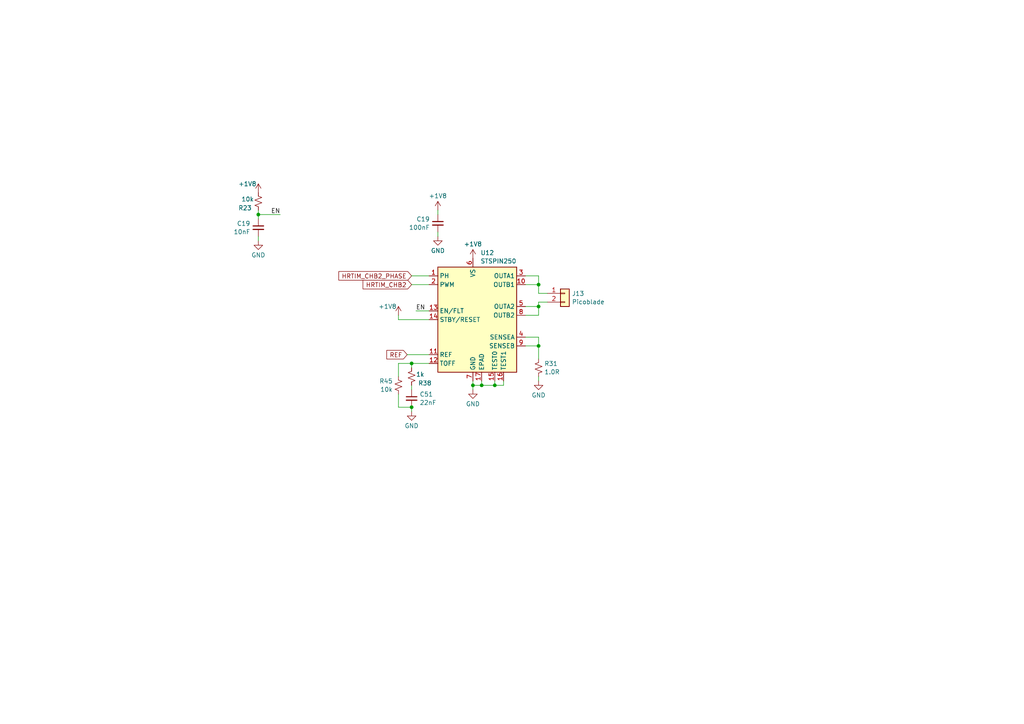
<source format=kicad_sch>
(kicad_sch (version 20230121) (generator eeschema)

  (uuid d3ae3c29-a710-4f7b-94c4-9f99cb159c5b)

  (paper "A4")

  (lib_symbols
    (symbol "Connector_Generic:Conn_01x02" (pin_names (offset 1.016) hide) (in_bom yes) (on_board yes)
      (property "Reference" "J" (at 0 2.54 0)
        (effects (font (size 1.27 1.27)))
      )
      (property "Value" "Conn_01x02" (at 0 -5.08 0)
        (effects (font (size 1.27 1.27)))
      )
      (property "Footprint" "" (at 0 0 0)
        (effects (font (size 1.27 1.27)) hide)
      )
      (property "Datasheet" "~" (at 0 0 0)
        (effects (font (size 1.27 1.27)) hide)
      )
      (property "ki_keywords" "connector" (at 0 0 0)
        (effects (font (size 1.27 1.27)) hide)
      )
      (property "ki_description" "Generic connector, single row, 01x02, script generated (kicad-library-utils/schlib/autogen/connector/)" (at 0 0 0)
        (effects (font (size 1.27 1.27)) hide)
      )
      (property "ki_fp_filters" "Connector*:*_1x??_*" (at 0 0 0)
        (effects (font (size 1.27 1.27)) hide)
      )
      (symbol "Conn_01x02_1_1"
        (rectangle (start -1.27 -2.413) (end 0 -2.667)
          (stroke (width 0.1524) (type default))
          (fill (type none))
        )
        (rectangle (start -1.27 0.127) (end 0 -0.127)
          (stroke (width 0.1524) (type default))
          (fill (type none))
        )
        (rectangle (start -1.27 1.27) (end 1.27 -3.81)
          (stroke (width 0.254) (type default))
          (fill (type background))
        )
        (pin passive line (at -5.08 0 0) (length 3.81)
          (name "Pin_1" (effects (font (size 1.27 1.27))))
          (number "1" (effects (font (size 1.27 1.27))))
        )
        (pin passive line (at -5.08 -2.54 0) (length 3.81)
          (name "Pin_2" (effects (font (size 1.27 1.27))))
          (number "2" (effects (font (size 1.27 1.27))))
        )
      )
    )
    (symbol "Device:C_Small" (pin_numbers hide) (pin_names (offset 0.254) hide) (in_bom yes) (on_board yes)
      (property "Reference" "C" (at 0.254 1.778 0)
        (effects (font (size 1.27 1.27)) (justify left))
      )
      (property "Value" "C_Small" (at 0.254 -2.032 0)
        (effects (font (size 1.27 1.27)) (justify left))
      )
      (property "Footprint" "" (at 0 0 0)
        (effects (font (size 1.27 1.27)) hide)
      )
      (property "Datasheet" "~" (at 0 0 0)
        (effects (font (size 1.27 1.27)) hide)
      )
      (property "ki_keywords" "capacitor cap" (at 0 0 0)
        (effects (font (size 1.27 1.27)) hide)
      )
      (property "ki_description" "Unpolarized capacitor, small symbol" (at 0 0 0)
        (effects (font (size 1.27 1.27)) hide)
      )
      (property "ki_fp_filters" "C_*" (at 0 0 0)
        (effects (font (size 1.27 1.27)) hide)
      )
      (symbol "C_Small_0_1"
        (polyline
          (pts
            (xy -1.524 -0.508)
            (xy 1.524 -0.508)
          )
          (stroke (width 0.3302) (type default))
          (fill (type none))
        )
        (polyline
          (pts
            (xy -1.524 0.508)
            (xy 1.524 0.508)
          )
          (stroke (width 0.3048) (type default))
          (fill (type none))
        )
      )
      (symbol "C_Small_1_1"
        (pin passive line (at 0 2.54 270) (length 2.032)
          (name "~" (effects (font (size 1.27 1.27))))
          (number "1" (effects (font (size 1.27 1.27))))
        )
        (pin passive line (at 0 -2.54 90) (length 2.032)
          (name "~" (effects (font (size 1.27 1.27))))
          (number "2" (effects (font (size 1.27 1.27))))
        )
      )
    )
    (symbol "Device:R_Small_US" (pin_numbers hide) (pin_names (offset 0.254) hide) (in_bom yes) (on_board yes)
      (property "Reference" "R" (at 0.762 0.508 0)
        (effects (font (size 1.27 1.27)) (justify left))
      )
      (property "Value" "R_Small_US" (at 0.762 -1.016 0)
        (effects (font (size 1.27 1.27)) (justify left))
      )
      (property "Footprint" "" (at 0 0 0)
        (effects (font (size 1.27 1.27)) hide)
      )
      (property "Datasheet" "~" (at 0 0 0)
        (effects (font (size 1.27 1.27)) hide)
      )
      (property "ki_keywords" "r resistor" (at 0 0 0)
        (effects (font (size 1.27 1.27)) hide)
      )
      (property "ki_description" "Resistor, small US symbol" (at 0 0 0)
        (effects (font (size 1.27 1.27)) hide)
      )
      (property "ki_fp_filters" "R_*" (at 0 0 0)
        (effects (font (size 1.27 1.27)) hide)
      )
      (symbol "R_Small_US_1_1"
        (polyline
          (pts
            (xy 0 0)
            (xy 1.016 -0.381)
            (xy 0 -0.762)
            (xy -1.016 -1.143)
            (xy 0 -1.524)
          )
          (stroke (width 0) (type default))
          (fill (type none))
        )
        (polyline
          (pts
            (xy 0 1.524)
            (xy 1.016 1.143)
            (xy 0 0.762)
            (xy -1.016 0.381)
            (xy 0 0)
          )
          (stroke (width 0) (type default))
          (fill (type none))
        )
        (pin passive line (at 0 2.54 270) (length 1.016)
          (name "~" (effects (font (size 1.27 1.27))))
          (number "1" (effects (font (size 1.27 1.27))))
        )
        (pin passive line (at 0 -2.54 90) (length 1.016)
          (name "~" (effects (font (size 1.27 1.27))))
          (number "2" (effects (font (size 1.27 1.27))))
        )
      )
    )
    (symbol "components_2:STSPIN250" (in_bom yes) (on_board yes)
      (property "Reference" "U" (at 6.35 21.59 0)
        (effects (font (size 1.27 1.27)))
      )
      (property "Value" "STSPIN250" (at 11.43 19.05 0)
        (effects (font (size 1.27 1.27)))
      )
      (property "Footprint" "" (at 0 24.13 0)
        (effects (font (size 1.27 1.27)) hide)
      )
      (property "Datasheet" "" (at 0 24.13 0)
        (effects (font (size 1.27 1.27)) hide)
      )
      (symbol "STSPIN250_0_1"
        (rectangle (start -10.16 15.24) (end 12.7 -15.24)
          (stroke (width 0.254) (type default))
          (fill (type background))
        )
      )
      (symbol "STSPIN250_1_1"
        (pin input line (at -12.7 12.7 0) (length 2.54)
          (name "PH" (effects (font (size 1.27 1.27))))
          (number "1" (effects (font (size 1.27 1.27))))
        )
        (pin power_out line (at 15.24 10.16 180) (length 2.54)
          (name "OUTB1" (effects (font (size 1.27 1.27))))
          (number "10" (effects (font (size 1.27 1.27))))
        )
        (pin input line (at -12.7 -10.16 0) (length 2.54)
          (name "REF" (effects (font (size 1.27 1.27))))
          (number "11" (effects (font (size 1.27 1.27))))
        )
        (pin input line (at -12.7 -12.7 0) (length 2.54)
          (name "TOFF" (effects (font (size 1.27 1.27))))
          (number "12" (effects (font (size 1.27 1.27))))
        )
        (pin bidirectional line (at -12.7 2.54 0) (length 2.54)
          (name "EN/FLT" (effects (font (size 1.27 1.27))))
          (number "13" (effects (font (size 1.27 1.27))))
        )
        (pin input line (at -12.7 0 0) (length 2.54)
          (name "STBY/RESET" (effects (font (size 1.27 1.27))))
          (number "14" (effects (font (size 1.27 1.27))))
        )
        (pin input line (at 6.35 -17.78 90) (length 2.54)
          (name "TEST0" (effects (font (size 1.27 1.27))))
          (number "15" (effects (font (size 1.27 1.27))))
        )
        (pin input line (at 8.89 -17.78 90) (length 2.54)
          (name "TEST1" (effects (font (size 1.27 1.27))))
          (number "16" (effects (font (size 1.27 1.27))))
        )
        (pin power_in line (at 2.54 -17.78 90) (length 2.54)
          (name "EPAD" (effects (font (size 1.27 1.27))))
          (number "17" (effects (font (size 1.27 1.27))))
        )
        (pin input line (at -12.7 10.16 0) (length 2.54)
          (name "PWM" (effects (font (size 1.27 1.27))))
          (number "2" (effects (font (size 1.27 1.27))))
        )
        (pin power_out line (at 15.24 12.7 180) (length 2.54)
          (name "OUTA1" (effects (font (size 1.27 1.27))))
          (number "3" (effects (font (size 1.27 1.27))))
        )
        (pin power_out line (at 15.24 -5.08 180) (length 2.54)
          (name "SENSEA" (effects (font (size 1.27 1.27))))
          (number "4" (effects (font (size 1.27 1.27))))
        )
        (pin power_out line (at 15.24 3.81 180) (length 2.54)
          (name "OUTA2" (effects (font (size 1.27 1.27))))
          (number "5" (effects (font (size 1.27 1.27))))
        )
        (pin power_in line (at 0 17.78 270) (length 2.54)
          (name "VS" (effects (font (size 1.27 1.27))))
          (number "6" (effects (font (size 1.27 1.27))))
        )
        (pin power_in line (at 0 -17.78 90) (length 2.54)
          (name "GND" (effects (font (size 1.27 1.27))))
          (number "7" (effects (font (size 1.27 1.27))))
        )
        (pin power_out line (at 15.24 1.27 180) (length 2.54)
          (name "OUTB2" (effects (font (size 1.27 1.27))))
          (number "8" (effects (font (size 1.27 1.27))))
        )
        (pin power_out line (at 15.24 -7.62 180) (length 2.54)
          (name "SENSEB" (effects (font (size 1.27 1.27))))
          (number "9" (effects (font (size 1.27 1.27))))
        )
      )
    )
    (symbol "power:+1V8" (power) (pin_names (offset 0)) (in_bom yes) (on_board yes)
      (property "Reference" "#PWR" (at 0 -3.81 0)
        (effects (font (size 1.27 1.27)) hide)
      )
      (property "Value" "+1V8" (at 0 3.556 0)
        (effects (font (size 1.27 1.27)))
      )
      (property "Footprint" "" (at 0 0 0)
        (effects (font (size 1.27 1.27)) hide)
      )
      (property "Datasheet" "" (at 0 0 0)
        (effects (font (size 1.27 1.27)) hide)
      )
      (property "ki_keywords" "global power" (at 0 0 0)
        (effects (font (size 1.27 1.27)) hide)
      )
      (property "ki_description" "Power symbol creates a global label with name \"+1V8\"" (at 0 0 0)
        (effects (font (size 1.27 1.27)) hide)
      )
      (symbol "+1V8_0_1"
        (polyline
          (pts
            (xy -0.762 1.27)
            (xy 0 2.54)
          )
          (stroke (width 0) (type default))
          (fill (type none))
        )
        (polyline
          (pts
            (xy 0 0)
            (xy 0 2.54)
          )
          (stroke (width 0) (type default))
          (fill (type none))
        )
        (polyline
          (pts
            (xy 0 2.54)
            (xy 0.762 1.27)
          )
          (stroke (width 0) (type default))
          (fill (type none))
        )
      )
      (symbol "+1V8_1_1"
        (pin power_in line (at 0 0 90) (length 0) hide
          (name "+1V8" (effects (font (size 1.27 1.27))))
          (number "1" (effects (font (size 1.27 1.27))))
        )
      )
    )
    (symbol "power:GND" (power) (pin_names (offset 0)) (in_bom yes) (on_board yes)
      (property "Reference" "#PWR" (at 0 -6.35 0)
        (effects (font (size 1.27 1.27)) hide)
      )
      (property "Value" "GND" (at 0 -3.81 0)
        (effects (font (size 1.27 1.27)))
      )
      (property "Footprint" "" (at 0 0 0)
        (effects (font (size 1.27 1.27)) hide)
      )
      (property "Datasheet" "" (at 0 0 0)
        (effects (font (size 1.27 1.27)) hide)
      )
      (property "ki_keywords" "global power" (at 0 0 0)
        (effects (font (size 1.27 1.27)) hide)
      )
      (property "ki_description" "Power symbol creates a global label with name \"GND\" , ground" (at 0 0 0)
        (effects (font (size 1.27 1.27)) hide)
      )
      (symbol "GND_0_1"
        (polyline
          (pts
            (xy 0 0)
            (xy 0 -1.27)
            (xy 1.27 -1.27)
            (xy 0 -2.54)
            (xy -1.27 -1.27)
            (xy 0 -1.27)
          )
          (stroke (width 0) (type default))
          (fill (type none))
        )
      )
      (symbol "GND_1_1"
        (pin power_in line (at 0 0 270) (length 0) hide
          (name "GND" (effects (font (size 1.27 1.27))))
          (number "1" (effects (font (size 1.27 1.27))))
        )
      )
    )
  )

  (junction (at 156.21 88.9) (diameter 0) (color 0 0 0 0)
    (uuid 434cb4db-e008-497a-ac75-29356549856d)
  )
  (junction (at 156.21 82.55) (diameter 0) (color 0 0 0 0)
    (uuid 73c65292-b353-4b6d-8478-edeff7afb8c7)
  )
  (junction (at 119.38 118.11) (diameter 0) (color 0 0 0 0)
    (uuid 94b6b8c9-8047-4795-9a9c-fb7cd95c839f)
  )
  (junction (at 156.21 100.33) (diameter 0) (color 0 0 0 0)
    (uuid a7a6fb4e-42d6-42a7-bbf0-d6c88e0348fa)
  )
  (junction (at 143.51 111.76) (diameter 0) (color 0 0 0 0)
    (uuid b3b1cf1f-3840-4d7e-9047-79997c3d87d6)
  )
  (junction (at 137.16 111.76) (diameter 0) (color 0 0 0 0)
    (uuid cbccabf5-514d-4f33-a5e2-8afd2e5196d0)
  )
  (junction (at 119.38 105.41) (diameter 0) (color 0 0 0 0)
    (uuid e8e8b19e-38ee-46f6-abe7-2eb9415a0c45)
  )
  (junction (at 139.7 111.76) (diameter 0) (color 0 0 0 0)
    (uuid ef668624-f822-4384-8bde-da48dda47b2b)
  )
  (junction (at 74.93 62.23) (diameter 0) (color 0 0 0 0)
    (uuid efb8d7c1-1be7-4739-ac64-3e2a17863c57)
  )

  (wire (pts (xy 158.75 87.63) (xy 156.21 87.63))
    (stroke (width 0) (type default))
    (uuid 03cd1acd-860c-41b6-a0cf-6e5051d36e0a)
  )
  (wire (pts (xy 119.38 119.38) (xy 119.38 118.11))
    (stroke (width 0) (type default))
    (uuid 0b449ecc-9c82-4820-8698-d2d4d1a6b484)
  )
  (wire (pts (xy 152.4 91.44) (xy 156.21 91.44))
    (stroke (width 0) (type default))
    (uuid 0eadbab4-a729-4a40-b7f8-df60fec4a64f)
  )
  (wire (pts (xy 115.57 92.71) (xy 124.46 92.71))
    (stroke (width 0) (type default))
    (uuid 0f466d35-9b0b-4ceb-b8cd-ea19adb3e898)
  )
  (wire (pts (xy 119.38 82.55) (xy 124.46 82.55))
    (stroke (width 0) (type default))
    (uuid 11007873-94ac-465f-bcc6-2abc82502139)
  )
  (wire (pts (xy 143.51 111.76) (xy 143.51 110.49))
    (stroke (width 0) (type default))
    (uuid 19da91f9-6a5f-48be-9fcf-aa2467619f8e)
  )
  (wire (pts (xy 156.21 100.33) (xy 156.21 104.14))
    (stroke (width 0) (type default))
    (uuid 1b9f4e11-f494-4182-b389-bc772a267783)
  )
  (wire (pts (xy 115.57 105.41) (xy 119.38 105.41))
    (stroke (width 0) (type default))
    (uuid 20724527-7776-4670-b0cc-9f7d650e952e)
  )
  (wire (pts (xy 156.21 97.79) (xy 156.21 100.33))
    (stroke (width 0) (type default))
    (uuid 23522f3e-82c7-4660-bf36-698bed9ff747)
  )
  (wire (pts (xy 115.57 105.41) (xy 115.57 109.22))
    (stroke (width 0) (type default))
    (uuid 266f7f8c-85f0-4bfc-ac14-3e43d1278dbb)
  )
  (wire (pts (xy 74.93 62.23) (xy 81.28 62.23))
    (stroke (width 0) (type default))
    (uuid 26f49342-3ce3-41c0-80ff-fa7f59c819c9)
  )
  (wire (pts (xy 118.11 102.87) (xy 124.46 102.87))
    (stroke (width 0) (type default))
    (uuid 281cc014-5e66-4632-bf75-9540f4ceba37)
  )
  (wire (pts (xy 139.7 111.76) (xy 143.51 111.76))
    (stroke (width 0) (type default))
    (uuid 2c7a6d3a-27d4-47e9-a4c8-a2f54c3346dd)
  )
  (wire (pts (xy 115.57 91.44) (xy 115.57 92.71))
    (stroke (width 0) (type default))
    (uuid 2e373b68-696b-43be-8c67-9f63ce48e298)
  )
  (wire (pts (xy 119.38 111.76) (xy 119.38 113.03))
    (stroke (width 0) (type default))
    (uuid 2e7aa4f7-2f59-45c0-9c9e-df1fa5d386ac)
  )
  (wire (pts (xy 156.21 88.9) (xy 156.21 91.44))
    (stroke (width 0) (type default))
    (uuid 445ea813-6607-4352-8695-0473fe659a8a)
  )
  (wire (pts (xy 74.93 60.96) (xy 74.93 62.23))
    (stroke (width 0) (type default))
    (uuid 44fbbc56-d015-4b15-b47f-41e44a4353df)
  )
  (wire (pts (xy 137.16 111.76) (xy 137.16 113.03))
    (stroke (width 0) (type default))
    (uuid 45a19862-9131-4617-be6d-7f257a3c5054)
  )
  (wire (pts (xy 139.7 111.76) (xy 139.7 110.49))
    (stroke (width 0) (type default))
    (uuid 487c0dd1-8201-4f33-b8f2-393144b038f8)
  )
  (wire (pts (xy 74.93 68.58) (xy 74.93 69.85))
    (stroke (width 0) (type default))
    (uuid 4cb7a9a8-d177-4d3c-b855-620d550af268)
  )
  (wire (pts (xy 146.05 111.76) (xy 146.05 110.49))
    (stroke (width 0) (type default))
    (uuid 4ce01599-ccbc-4594-b42d-d099858787a8)
  )
  (wire (pts (xy 137.16 110.49) (xy 137.16 111.76))
    (stroke (width 0) (type default))
    (uuid 603a7429-cd78-4607-ab5d-caf3dfa7385e)
  )
  (wire (pts (xy 156.21 85.09) (xy 158.75 85.09))
    (stroke (width 0) (type default))
    (uuid 6d3e1bae-fd32-4e05-b28b-78396ec183c2)
  )
  (wire (pts (xy 127 67.31) (xy 127 68.58))
    (stroke (width 0) (type default))
    (uuid 78851fe2-9688-4dbc-9a81-e27ce981c1f3)
  )
  (wire (pts (xy 156.21 82.55) (xy 156.21 85.09))
    (stroke (width 0) (type default))
    (uuid 815d45b0-8540-4fa8-8a69-4ab3476e3638)
  )
  (wire (pts (xy 152.4 82.55) (xy 156.21 82.55))
    (stroke (width 0) (type default))
    (uuid 911ea3c5-c522-48e4-b8b7-ffe02eb55a93)
  )
  (wire (pts (xy 143.51 111.76) (xy 146.05 111.76))
    (stroke (width 0) (type default))
    (uuid 91d6b792-46f7-47f9-91e4-44f1397bc96d)
  )
  (wire (pts (xy 152.4 97.79) (xy 156.21 97.79))
    (stroke (width 0) (type default))
    (uuid a13d80eb-dd9f-4a70-b224-482e1c96e3df)
  )
  (wire (pts (xy 156.21 88.9) (xy 152.4 88.9))
    (stroke (width 0) (type default))
    (uuid a660deba-e634-41a5-9be9-1acdd54ca362)
  )
  (wire (pts (xy 152.4 100.33) (xy 156.21 100.33))
    (stroke (width 0) (type default))
    (uuid b7184f51-76fc-4818-af53-3af825e81bd1)
  )
  (wire (pts (xy 119.38 80.01) (xy 124.46 80.01))
    (stroke (width 0) (type default))
    (uuid bba9616b-b2ed-428c-8196-867a9b227dc1)
  )
  (wire (pts (xy 115.57 118.11) (xy 119.38 118.11))
    (stroke (width 0) (type default))
    (uuid c318da2f-fddf-4636-993e-5bc7cca1beac)
  )
  (wire (pts (xy 74.93 62.23) (xy 74.93 63.5))
    (stroke (width 0) (type default))
    (uuid dac7fc59-1c52-4d3b-922e-054f7867d34a)
  )
  (wire (pts (xy 156.21 80.01) (xy 156.21 82.55))
    (stroke (width 0) (type default))
    (uuid df2ba190-63ee-43e9-80ec-603bc7b1877f)
  )
  (wire (pts (xy 137.16 111.76) (xy 139.7 111.76))
    (stroke (width 0) (type default))
    (uuid e3059f48-6eba-4772-a1e5-7160201bb03c)
  )
  (wire (pts (xy 120.65 90.17) (xy 124.46 90.17))
    (stroke (width 0) (type default))
    (uuid e9a31b84-fa76-47dc-b181-4530f0359c14)
  )
  (wire (pts (xy 156.21 109.22) (xy 156.21 110.49))
    (stroke (width 0) (type default))
    (uuid eb020714-22ff-400a-b95c-78631cd48784)
  )
  (wire (pts (xy 119.38 105.41) (xy 119.38 106.68))
    (stroke (width 0) (type default))
    (uuid f1eb8655-58c5-4a22-8f79-c4cc1f1bf9d1)
  )
  (wire (pts (xy 127 60.96) (xy 127 62.23))
    (stroke (width 0) (type default))
    (uuid f720122c-4380-418b-9614-9675d2e484e4)
  )
  (wire (pts (xy 115.57 114.3) (xy 115.57 118.11))
    (stroke (width 0) (type default))
    (uuid f7316a7e-2476-4819-8fb7-96fb7a77e1e5)
  )
  (wire (pts (xy 119.38 105.41) (xy 124.46 105.41))
    (stroke (width 0) (type default))
    (uuid f7a28afd-0294-4a52-a35d-87b0cb052b0f)
  )
  (wire (pts (xy 156.21 87.63) (xy 156.21 88.9))
    (stroke (width 0) (type default))
    (uuid fd07932c-b6c9-4dc1-bdde-48111e3bddea)
  )
  (wire (pts (xy 152.4 80.01) (xy 156.21 80.01))
    (stroke (width 0) (type default))
    (uuid fd3999ed-52e0-460b-b2ea-b4287d468792)
  )

  (label "EN" (at 120.65 90.17 0) (fields_autoplaced)
    (effects (font (size 1.27 1.27)) (justify left bottom))
    (uuid cc3ae181-a2dc-4730-89a8-d239b9afe088)
  )
  (label "EN" (at 81.28 62.23 180) (fields_autoplaced)
    (effects (font (size 1.27 1.27)) (justify right bottom))
    (uuid f7570174-75cc-4b95-bc6b-fbbb20de4ce7)
  )

  (global_label "HRTIM_CHB2" (shape input) (at 119.38 82.55 180) (fields_autoplaced)
    (effects (font (size 1.27 1.27)) (justify right))
    (uuid 35847e80-2b99-4b9a-8c8f-1a3262e14c6a)
    (property "Intersheetrefs" "${INTERSHEET_REFS}" (at 104.7229 82.55 0)
      (effects (font (size 1.27 1.27)) (justify right) hide)
    )
  )
  (global_label "HRTIM_CHB2_PHASE" (shape input) (at 119.38 80.01 180) (fields_autoplaced)
    (effects (font (size 1.27 1.27)) (justify right))
    (uuid 880479fc-ab07-42b6-b200-53cc0020b7cc)
    (property "Intersheetrefs" "${INTERSHEET_REFS}" (at 97.7077 80.01 0)
      (effects (font (size 1.27 1.27)) (justify right) hide)
    )
  )
  (global_label "REF" (shape input) (at 118.11 102.87 180) (fields_autoplaced)
    (effects (font (size 1.27 1.27)) (justify right))
    (uuid fa13d581-9754-4bed-bdc7-1877b57044f3)
    (property "Intersheetrefs" "${INTERSHEET_REFS}" (at 111.6172 102.87 0)
      (effects (font (size 1.27 1.27)) (justify right) hide)
    )
  )

  (symbol (lib_id "components_2:STSPIN250") (at 137.16 92.71 0) (unit 1)
    (in_bom yes) (on_board yes) (dnp no) (fields_autoplaced)
    (uuid 19eeca92-6ca8-4a31-b672-8fde65669788)
    (property "Reference" "U12" (at 139.3541 73.3257 0)
      (effects (font (size 1.27 1.27)) (justify left))
    )
    (property "Value" "STSPIN250" (at 139.3541 75.7499 0)
      (effects (font (size 1.27 1.27)) (justify left))
    )
    (property "Footprint" "Ultra_librarian:VFQFPN16_STSPIN_STM" (at 137.16 68.58 0)
      (effects (font (size 1.27 1.27)) hide)
    )
    (property "Datasheet" "" (at 137.16 68.58 0)
      (effects (font (size 1.27 1.27)) hide)
    )
    (property "LCSC" "C155561" (at 137.16 92.71 0)
      (effects (font (size 1.27 1.27)) hide)
    )
    (pin "1" (uuid e46c6c14-ad89-41e7-8adc-19629b9363a5))
    (pin "10" (uuid 97811da0-6c20-4a56-8acc-ede948d652a4))
    (pin "11" (uuid 6cd8da83-5e41-42b5-9795-1502d753ce59))
    (pin "12" (uuid 5072d2bc-849c-45b0-86a6-f246efd8c396))
    (pin "13" (uuid 4e2c5edb-598c-4673-981e-bcf1a29386c7))
    (pin "14" (uuid ed236e16-818c-40c0-8947-e853eeccb1af))
    (pin "15" (uuid 027bc0af-25d8-4ee4-b50a-e4daa7fb83c4))
    (pin "16" (uuid 1f78152d-2d05-4851-8d13-4c6d33a2c056))
    (pin "17" (uuid 2a41c778-4014-4d8b-a467-265f45364098))
    (pin "2" (uuid d0ed151e-5bd0-4e9e-9f18-83566a9c2c95))
    (pin "3" (uuid e5cded07-f179-4277-acae-df617063fae1))
    (pin "4" (uuid 7dcbdaa4-9ce3-441b-bc2b-1453d2e23489))
    (pin "5" (uuid 73c7dc44-4717-45ba-9c72-8d83ddba3050))
    (pin "6" (uuid b625d927-c8b1-4d35-b443-f77956de00b2))
    (pin "7" (uuid fac90f5f-7773-4d00-a29d-cf122037bab4))
    (pin "8" (uuid a5d3c886-c924-40c6-89f2-10d7a9adb180))
    (pin "9" (uuid 917c6d82-403f-49be-8bb7-e6186ace1d0d))
    (instances
      (project "KASM_PCB_REV1"
        (path "/bcd76057-59fd-41c5-bb52-9bafb2ef74e0/04e958db-aa3d-41e7-905b-1283accbf3a5"
          (reference "U12") (unit 1)
        )
        (path "/bcd76057-59fd-41c5-bb52-9bafb2ef74e0/04e958db-aa3d-41e7-905b-1283accbf3a5/18dc00ae-3159-4780-b672-12977f79e5ac"
          (reference "U5") (unit 1)
        )
        (path "/bcd76057-59fd-41c5-bb52-9bafb2ef74e0/04e958db-aa3d-41e7-905b-1283accbf3a5/0e4a8bf2-0dd0-4daf-93f5-21aaab6e9079"
          (reference "U12") (unit 1)
        )
        (path "/bcd76057-59fd-41c5-bb52-9bafb2ef74e0/04e958db-aa3d-41e7-905b-1283accbf3a5/fa3e3175-0ec2-4c23-918b-18b69f6d22c9"
          (reference "U7") (unit 1)
        )
        (path "/bcd76057-59fd-41c5-bb52-9bafb2ef74e0/04e958db-aa3d-41e7-905b-1283accbf3a5/5eb57887-e81e-4477-9dd7-7aacc0de0d0b"
          (reference "U34") (unit 1)
        )
        (path "/bcd76057-59fd-41c5-bb52-9bafb2ef74e0/04e958db-aa3d-41e7-905b-1283accbf3a5/e0928f68-e618-4bed-a90d-d4217e4537fe"
          (reference "U35") (unit 1)
        )
        (path "/bcd76057-59fd-41c5-bb52-9bafb2ef74e0/04e958db-aa3d-41e7-905b-1283accbf3a5/035548b8-a31f-4ce4-88ad-eb25e49c8086"
          (reference "U36") (unit 1)
        )
        (path "/bcd76057-59fd-41c5-bb52-9bafb2ef74e0/04e958db-aa3d-41e7-905b-1283accbf3a5/ea7abcee-3bcc-4e0d-ba1f-bfc5afeaff56"
          (reference "U37") (unit 1)
        )
        (path "/bcd76057-59fd-41c5-bb52-9bafb2ef74e0/04e958db-aa3d-41e7-905b-1283accbf3a5/183aa310-3222-4137-baac-257f5699b820"
          (reference "U39") (unit 1)
        )
        (path "/bcd76057-59fd-41c5-bb52-9bafb2ef74e0/04e958db-aa3d-41e7-905b-1283accbf3a5/517c7ed0-094c-4bf8-893e-b74da427973a"
          (reference "U40") (unit 1)
        )
        (path "/bcd76057-59fd-41c5-bb52-9bafb2ef74e0/04e958db-aa3d-41e7-905b-1283accbf3a5/31bee4a8-b94d-44ab-a7b7-0e5ab7943934"
          (reference "U41") (unit 1)
        )
        (path "/bcd76057-59fd-41c5-bb52-9bafb2ef74e0/04e958db-aa3d-41e7-905b-1283accbf3a5/3c7f0f67-84e4-46e0-ae69-a3c8008fc518"
          (reference "U42") (unit 1)
        )
        (path "/bcd76057-59fd-41c5-bb52-9bafb2ef74e0/04e958db-aa3d-41e7-905b-1283accbf3a5/09624144-9abc-4214-b8b3-19be92fa01bb"
          (reference "U43") (unit 1)
        )
        (path "/bcd76057-59fd-41c5-bb52-9bafb2ef74e0/04e958db-aa3d-41e7-905b-1283accbf3a5/debcf873-ffd9-4218-a838-354e10f40114"
          (reference "U44") (unit 1)
        )
        (path "/bcd76057-59fd-41c5-bb52-9bafb2ef74e0/04e958db-aa3d-41e7-905b-1283accbf3a5/f3d20732-cdac-44e3-a331-3cd31b97ff57"
          (reference "U45") (unit 1)
        )
        (path "/bcd76057-59fd-41c5-bb52-9bafb2ef74e0/04e958db-aa3d-41e7-905b-1283accbf3a5/d282b751-7721-4014-b2b7-469980c2fd3d"
          (reference "U46") (unit 1)
        )
        (path "/bcd76057-59fd-41c5-bb52-9bafb2ef74e0/04e958db-aa3d-41e7-905b-1283accbf3a5/2f342150-1aa1-4808-811e-c8652a7360ed"
          (reference "U47") (unit 1)
        )
        (path "/bcd76057-59fd-41c5-bb52-9bafb2ef74e0/04e958db-aa3d-41e7-905b-1283accbf3a5/880b3b36-85e8-4c3c-aa09-491ac2842d9f"
          (reference "U48") (unit 1)
        )
        (path "/bcd76057-59fd-41c5-bb52-9bafb2ef74e0/04e958db-aa3d-41e7-905b-1283accbf3a5/a00a6dc6-5da7-4e1f-b4ec-6af8efc204f4"
          (reference "U49") (unit 1)
        )
        (path "/bcd76057-59fd-41c5-bb52-9bafb2ef74e0/04e958db-aa3d-41e7-905b-1283accbf3a5/fb97f32a-344e-42d0-80a3-2f30f649c95b"
          (reference "U50") (unit 1)
        )
        (path "/bcd76057-59fd-41c5-bb52-9bafb2ef74e0/04e958db-aa3d-41e7-905b-1283accbf3a5/758d2951-640e-4c88-be12-1a100eb086a5"
          (reference "U51") (unit 1)
        )
        (path "/bcd76057-59fd-41c5-bb52-9bafb2ef74e0/04e958db-aa3d-41e7-905b-1283accbf3a5/1e6d7f69-4122-453e-9254-d2339f5150d7"
          (reference "U52") (unit 1)
        )
        (path "/bcd76057-59fd-41c5-bb52-9bafb2ef74e0/04e958db-aa3d-41e7-905b-1283accbf3a5/cc8e9e82-b38f-4c96-81d0-3ca8ac77f771"
          (reference "U53") (unit 1)
        )
        (path "/bcd76057-59fd-41c5-bb52-9bafb2ef74e0/04e958db-aa3d-41e7-905b-1283accbf3a5/b1894ed9-6a63-4439-a2e8-1827c3e49ee7"
          (reference "U54") (unit 1)
        )
        (path "/bcd76057-59fd-41c5-bb52-9bafb2ef74e0/04e958db-aa3d-41e7-905b-1283accbf3a5/a49d49c7-da1f-4137-a620-bdc9f58595d1"
          (reference "U55") (unit 1)
        )
        (path "/bcd76057-59fd-41c5-bb52-9bafb2ef74e0/04e958db-aa3d-41e7-905b-1283accbf3a5/80cd4e08-0efe-488f-8e92-54beb1b4d1f2"
          (reference "U56") (unit 1)
        )
        (path "/bcd76057-59fd-41c5-bb52-9bafb2ef74e0/04e958db-aa3d-41e7-905b-1283accbf3a5/317da025-5f62-4c93-8d06-7954e608af1c"
          (reference "U57") (unit 1)
        )
        (path "/bcd76057-59fd-41c5-bb52-9bafb2ef74e0/04e958db-aa3d-41e7-905b-1283accbf3a5/d43b2610-0e88-49f5-accf-91021c3a3747"
          (reference "U38") (unit 1)
        )
      )
    )
  )

  (symbol (lib_id "power:GND") (at 119.38 119.38 0) (unit 1)
    (in_bom yes) (on_board yes) (dnp no)
    (uuid 1b560aea-f1d1-4242-9055-9226e0b1f112)
    (property "Reference" "#PWR0113" (at 119.38 125.73 0)
      (effects (font (size 1.27 1.27)) hide)
    )
    (property "Value" "GND" (at 119.38 123.5131 0)
      (effects (font (size 1.27 1.27)))
    )
    (property "Footprint" "" (at 119.38 119.38 0)
      (effects (font (size 1.27 1.27)) hide)
    )
    (property "Datasheet" "" (at 119.38 119.38 0)
      (effects (font (size 1.27 1.27)) hide)
    )
    (pin "1" (uuid 4637a27a-c5c6-4311-b6dc-3fecae4bd51a))
    (instances
      (project "KASM_PCB_REV1"
        (path "/bcd76057-59fd-41c5-bb52-9bafb2ef74e0/04e958db-aa3d-41e7-905b-1283accbf3a5"
          (reference "#PWR0113") (unit 1)
        )
        (path "/bcd76057-59fd-41c5-bb52-9bafb2ef74e0/04e958db-aa3d-41e7-905b-1283accbf3a5/18dc00ae-3159-4780-b672-12977f79e5ac"
          (reference "#PWR0106") (unit 1)
        )
        (path "/bcd76057-59fd-41c5-bb52-9bafb2ef74e0/04e958db-aa3d-41e7-905b-1283accbf3a5/0e4a8bf2-0dd0-4daf-93f5-21aaab6e9079"
          (reference "#PWR0262") (unit 1)
        )
        (path "/bcd76057-59fd-41c5-bb52-9bafb2ef74e0/04e958db-aa3d-41e7-905b-1283accbf3a5/fa3e3175-0ec2-4c23-918b-18b69f6d22c9"
          (reference "#PWR0108") (unit 1)
        )
        (path "/bcd76057-59fd-41c5-bb52-9bafb2ef74e0/04e958db-aa3d-41e7-905b-1283accbf3a5/5eb57887-e81e-4477-9dd7-7aacc0de0d0b"
          (reference "#PWR0269") (unit 1)
        )
        (path "/bcd76057-59fd-41c5-bb52-9bafb2ef74e0/04e958db-aa3d-41e7-905b-1283accbf3a5/e0928f68-e618-4bed-a90d-d4217e4537fe"
          (reference "#PWR0276") (unit 1)
        )
        (path "/bcd76057-59fd-41c5-bb52-9bafb2ef74e0/04e958db-aa3d-41e7-905b-1283accbf3a5/035548b8-a31f-4ce4-88ad-eb25e49c8086"
          (reference "#PWR0283") (unit 1)
        )
        (path "/bcd76057-59fd-41c5-bb52-9bafb2ef74e0/04e958db-aa3d-41e7-905b-1283accbf3a5/ea7abcee-3bcc-4e0d-ba1f-bfc5afeaff56"
          (reference "#PWR0290") (unit 1)
        )
        (path "/bcd76057-59fd-41c5-bb52-9bafb2ef74e0/04e958db-aa3d-41e7-905b-1283accbf3a5/183aa310-3222-4137-baac-257f5699b820"
          (reference "#PWR0304") (unit 1)
        )
        (path "/bcd76057-59fd-41c5-bb52-9bafb2ef74e0/04e958db-aa3d-41e7-905b-1283accbf3a5/517c7ed0-094c-4bf8-893e-b74da427973a"
          (reference "#PWR0311") (unit 1)
        )
        (path "/bcd76057-59fd-41c5-bb52-9bafb2ef74e0/04e958db-aa3d-41e7-905b-1283accbf3a5/31bee4a8-b94d-44ab-a7b7-0e5ab7943934"
          (reference "#PWR0318") (unit 1)
        )
        (path "/bcd76057-59fd-41c5-bb52-9bafb2ef74e0/04e958db-aa3d-41e7-905b-1283accbf3a5/3c7f0f67-84e4-46e0-ae69-a3c8008fc518"
          (reference "#PWR0325") (unit 1)
        )
        (path "/bcd76057-59fd-41c5-bb52-9bafb2ef74e0/04e958db-aa3d-41e7-905b-1283accbf3a5/09624144-9abc-4214-b8b3-19be92fa01bb"
          (reference "#PWR0332") (unit 1)
        )
        (path "/bcd76057-59fd-41c5-bb52-9bafb2ef74e0/04e958db-aa3d-41e7-905b-1283accbf3a5/debcf873-ffd9-4218-a838-354e10f40114"
          (reference "#PWR0339") (unit 1)
        )
        (path "/bcd76057-59fd-41c5-bb52-9bafb2ef74e0/04e958db-aa3d-41e7-905b-1283accbf3a5/f3d20732-cdac-44e3-a331-3cd31b97ff57"
          (reference "#PWR0346") (unit 1)
        )
        (path "/bcd76057-59fd-41c5-bb52-9bafb2ef74e0/04e958db-aa3d-41e7-905b-1283accbf3a5/d282b751-7721-4014-b2b7-469980c2fd3d"
          (reference "#PWR0353") (unit 1)
        )
        (path "/bcd76057-59fd-41c5-bb52-9bafb2ef74e0/04e958db-aa3d-41e7-905b-1283accbf3a5/2f342150-1aa1-4808-811e-c8652a7360ed"
          (reference "#PWR0360") (unit 1)
        )
        (path "/bcd76057-59fd-41c5-bb52-9bafb2ef74e0/04e958db-aa3d-41e7-905b-1283accbf3a5/880b3b36-85e8-4c3c-aa09-491ac2842d9f"
          (reference "#PWR0367") (unit 1)
        )
        (path "/bcd76057-59fd-41c5-bb52-9bafb2ef74e0/04e958db-aa3d-41e7-905b-1283accbf3a5/a00a6dc6-5da7-4e1f-b4ec-6af8efc204f4"
          (reference "#PWR0374") (unit 1)
        )
        (path "/bcd76057-59fd-41c5-bb52-9bafb2ef74e0/04e958db-aa3d-41e7-905b-1283accbf3a5/fb97f32a-344e-42d0-80a3-2f30f649c95b"
          (reference "#PWR0381") (unit 1)
        )
        (path "/bcd76057-59fd-41c5-bb52-9bafb2ef74e0/04e958db-aa3d-41e7-905b-1283accbf3a5/758d2951-640e-4c88-be12-1a100eb086a5"
          (reference "#PWR0388") (unit 1)
        )
        (path "/bcd76057-59fd-41c5-bb52-9bafb2ef74e0/04e958db-aa3d-41e7-905b-1283accbf3a5/1e6d7f69-4122-453e-9254-d2339f5150d7"
          (reference "#PWR0395") (unit 1)
        )
        (path "/bcd76057-59fd-41c5-bb52-9bafb2ef74e0/04e958db-aa3d-41e7-905b-1283accbf3a5/cc8e9e82-b38f-4c96-81d0-3ca8ac77f771"
          (reference "#PWR0402") (unit 1)
        )
        (path "/bcd76057-59fd-41c5-bb52-9bafb2ef74e0/04e958db-aa3d-41e7-905b-1283accbf3a5/b1894ed9-6a63-4439-a2e8-1827c3e49ee7"
          (reference "#PWR0409") (unit 1)
        )
        (path "/bcd76057-59fd-41c5-bb52-9bafb2ef74e0/04e958db-aa3d-41e7-905b-1283accbf3a5/a49d49c7-da1f-4137-a620-bdc9f58595d1"
          (reference "#PWR0416") (unit 1)
        )
        (path "/bcd76057-59fd-41c5-bb52-9bafb2ef74e0/04e958db-aa3d-41e7-905b-1283accbf3a5/80cd4e08-0efe-488f-8e92-54beb1b4d1f2"
          (reference "#PWR0423") (unit 1)
        )
        (path "/bcd76057-59fd-41c5-bb52-9bafb2ef74e0/04e958db-aa3d-41e7-905b-1283accbf3a5/317da025-5f62-4c93-8d06-7954e608af1c"
          (reference "#PWR0430") (unit 1)
        )
        (path "/bcd76057-59fd-41c5-bb52-9bafb2ef74e0/04e958db-aa3d-41e7-905b-1283accbf3a5/d43b2610-0e88-49f5-accf-91021c3a3747"
          (reference "#PWR0297") (unit 1)
        )
      )
    )
  )

  (symbol (lib_id "Device:R_Small_US") (at 115.57 111.76 0) (unit 1)
    (in_bom yes) (on_board yes) (dnp no)
    (uuid 1c0f638b-f20f-4b2e-b1b4-83a656ba64a2)
    (property "Reference" "R45" (at 113.919 110.5479 0)
      (effects (font (size 1.27 1.27)) (justify right))
    )
    (property "Value" "10k" (at 113.919 112.9721 0)
      (effects (font (size 1.27 1.27)) (justify right))
    )
    (property "Footprint" "Resistor_SMD:R_0402_1005Metric" (at 115.57 111.76 0)
      (effects (font (size 1.27 1.27)) hide)
    )
    (property "Datasheet" "~" (at 115.57 111.76 0)
      (effects (font (size 1.27 1.27)) hide)
    )
    (property "LCSC" "C25744" (at 115.57 111.76 0)
      (effects (font (size 1.27 1.27)) hide)
    )
    (pin "1" (uuid 32b177db-daf9-4a6b-9c8f-4c4a6aa2c23e))
    (pin "2" (uuid 07fe93d4-1469-4ba6-a4b1-0eeff5425a0e))
    (instances
      (project "KASM_PCB_REV1"
        (path "/bcd76057-59fd-41c5-bb52-9bafb2ef74e0/04e958db-aa3d-41e7-905b-1283accbf3a5"
          (reference "R45") (unit 1)
        )
        (path "/bcd76057-59fd-41c5-bb52-9bafb2ef74e0/04e958db-aa3d-41e7-905b-1283accbf3a5/18dc00ae-3159-4780-b672-12977f79e5ac"
          (reference "R45") (unit 1)
        )
        (path "/bcd76057-59fd-41c5-bb52-9bafb2ef74e0/04e958db-aa3d-41e7-905b-1283accbf3a5/0e4a8bf2-0dd0-4daf-93f5-21aaab6e9079"
          (reference "R110") (unit 1)
        )
        (path "/bcd76057-59fd-41c5-bb52-9bafb2ef74e0/04e958db-aa3d-41e7-905b-1283accbf3a5/fa3e3175-0ec2-4c23-918b-18b69f6d22c9"
          (reference "R40") (unit 1)
        )
        (path "/bcd76057-59fd-41c5-bb52-9bafb2ef74e0/04e958db-aa3d-41e7-905b-1283accbf3a5/5eb57887-e81e-4477-9dd7-7aacc0de0d0b"
          (reference "R113") (unit 1)
        )
        (path "/bcd76057-59fd-41c5-bb52-9bafb2ef74e0/04e958db-aa3d-41e7-905b-1283accbf3a5/e0928f68-e618-4bed-a90d-d4217e4537fe"
          (reference "R116") (unit 1)
        )
        (path "/bcd76057-59fd-41c5-bb52-9bafb2ef74e0/04e958db-aa3d-41e7-905b-1283accbf3a5/035548b8-a31f-4ce4-88ad-eb25e49c8086"
          (reference "R119") (unit 1)
        )
        (path "/bcd76057-59fd-41c5-bb52-9bafb2ef74e0/04e958db-aa3d-41e7-905b-1283accbf3a5/ea7abcee-3bcc-4e0d-ba1f-bfc5afeaff56"
          (reference "R122") (unit 1)
        )
        (path "/bcd76057-59fd-41c5-bb52-9bafb2ef74e0/04e958db-aa3d-41e7-905b-1283accbf3a5/183aa310-3222-4137-baac-257f5699b820"
          (reference "R128") (unit 1)
        )
        (path "/bcd76057-59fd-41c5-bb52-9bafb2ef74e0/04e958db-aa3d-41e7-905b-1283accbf3a5/517c7ed0-094c-4bf8-893e-b74da427973a"
          (reference "R131") (unit 1)
        )
        (path "/bcd76057-59fd-41c5-bb52-9bafb2ef74e0/04e958db-aa3d-41e7-905b-1283accbf3a5/31bee4a8-b94d-44ab-a7b7-0e5ab7943934"
          (reference "R134") (unit 1)
        )
        (path "/bcd76057-59fd-41c5-bb52-9bafb2ef74e0/04e958db-aa3d-41e7-905b-1283accbf3a5/3c7f0f67-84e4-46e0-ae69-a3c8008fc518"
          (reference "R137") (unit 1)
        )
        (path "/bcd76057-59fd-41c5-bb52-9bafb2ef74e0/04e958db-aa3d-41e7-905b-1283accbf3a5/09624144-9abc-4214-b8b3-19be92fa01bb"
          (reference "R140") (unit 1)
        )
        (path "/bcd76057-59fd-41c5-bb52-9bafb2ef74e0/04e958db-aa3d-41e7-905b-1283accbf3a5/debcf873-ffd9-4218-a838-354e10f40114"
          (reference "R143") (unit 1)
        )
        (path "/bcd76057-59fd-41c5-bb52-9bafb2ef74e0/04e958db-aa3d-41e7-905b-1283accbf3a5/f3d20732-cdac-44e3-a331-3cd31b97ff57"
          (reference "R146") (unit 1)
        )
        (path "/bcd76057-59fd-41c5-bb52-9bafb2ef74e0/04e958db-aa3d-41e7-905b-1283accbf3a5/d282b751-7721-4014-b2b7-469980c2fd3d"
          (reference "R149") (unit 1)
        )
        (path "/bcd76057-59fd-41c5-bb52-9bafb2ef74e0/04e958db-aa3d-41e7-905b-1283accbf3a5/2f342150-1aa1-4808-811e-c8652a7360ed"
          (reference "R152") (unit 1)
        )
        (path "/bcd76057-59fd-41c5-bb52-9bafb2ef74e0/04e958db-aa3d-41e7-905b-1283accbf3a5/880b3b36-85e8-4c3c-aa09-491ac2842d9f"
          (reference "R155") (unit 1)
        )
        (path "/bcd76057-59fd-41c5-bb52-9bafb2ef74e0/04e958db-aa3d-41e7-905b-1283accbf3a5/a00a6dc6-5da7-4e1f-b4ec-6af8efc204f4"
          (reference "R158") (unit 1)
        )
        (path "/bcd76057-59fd-41c5-bb52-9bafb2ef74e0/04e958db-aa3d-41e7-905b-1283accbf3a5/fb97f32a-344e-42d0-80a3-2f30f649c95b"
          (reference "R161") (unit 1)
        )
        (path "/bcd76057-59fd-41c5-bb52-9bafb2ef74e0/04e958db-aa3d-41e7-905b-1283accbf3a5/758d2951-640e-4c88-be12-1a100eb086a5"
          (reference "R164") (unit 1)
        )
        (path "/bcd76057-59fd-41c5-bb52-9bafb2ef74e0/04e958db-aa3d-41e7-905b-1283accbf3a5/1e6d7f69-4122-453e-9254-d2339f5150d7"
          (reference "R167") (unit 1)
        )
        (path "/bcd76057-59fd-41c5-bb52-9bafb2ef74e0/04e958db-aa3d-41e7-905b-1283accbf3a5/cc8e9e82-b38f-4c96-81d0-3ca8ac77f771"
          (reference "R170") (unit 1)
        )
        (path "/bcd76057-59fd-41c5-bb52-9bafb2ef74e0/04e958db-aa3d-41e7-905b-1283accbf3a5/b1894ed9-6a63-4439-a2e8-1827c3e49ee7"
          (reference "R173") (unit 1)
        )
        (path "/bcd76057-59fd-41c5-bb52-9bafb2ef74e0/04e958db-aa3d-41e7-905b-1283accbf3a5/a49d49c7-da1f-4137-a620-bdc9f58595d1"
          (reference "R176") (unit 1)
        )
        (path "/bcd76057-59fd-41c5-bb52-9bafb2ef74e0/04e958db-aa3d-41e7-905b-1283accbf3a5/80cd4e08-0efe-488f-8e92-54beb1b4d1f2"
          (reference "R179") (unit 1)
        )
        (path "/bcd76057-59fd-41c5-bb52-9bafb2ef74e0/04e958db-aa3d-41e7-905b-1283accbf3a5/317da025-5f62-4c93-8d06-7954e608af1c"
          (reference "R182") (unit 1)
        )
        (path "/bcd76057-59fd-41c5-bb52-9bafb2ef74e0/04e958db-aa3d-41e7-905b-1283accbf3a5/d43b2610-0e88-49f5-accf-91021c3a3747"
          (reference "R125") (unit 1)
        )
      )
    )
  )

  (symbol (lib_id "Device:C_Small") (at 74.93 66.04 0) (mirror y) (unit 1)
    (in_bom yes) (on_board yes) (dnp no)
    (uuid 1fcc5c56-64fc-4549-adc1-6ee743f19817)
    (property "Reference" "C19" (at 72.6059 64.8342 0)
      (effects (font (size 1.27 1.27)) (justify left))
    )
    (property "Value" "10nF" (at 72.6059 67.2584 0)
      (effects (font (size 1.27 1.27)) (justify left))
    )
    (property "Footprint" "Capacitor_SMD:C_0402_1005Metric" (at 74.93 66.04 0)
      (effects (font (size 1.27 1.27)) hide)
    )
    (property "Datasheet" "~" (at 74.93 66.04 0)
      (effects (font (size 1.27 1.27)) hide)
    )
    (property "LCSC" "C15195" (at 74.93 66.04 0)
      (effects (font (size 1.27 1.27)) hide)
    )
    (pin "1" (uuid ad07998f-4205-4f38-b555-15f9060a03df))
    (pin "2" (uuid 6c73a623-d362-404d-be96-2f2888312a31))
    (instances
      (project "KASM_PCB_REV1"
        (path "/bcd76057-59fd-41c5-bb52-9bafb2ef74e0/9f28d78d-ca42-4041-9be6-b996c46b4a0a"
          (reference "C19") (unit 1)
        )
        (path "/bcd76057-59fd-41c5-bb52-9bafb2ef74e0/da6e1dd6-6549-4588-8765-3ff657cbe17b"
          (reference "C1") (unit 1)
        )
        (path "/bcd76057-59fd-41c5-bb52-9bafb2ef74e0/04e958db-aa3d-41e7-905b-1283accbf3a5"
          (reference "C37") (unit 1)
        )
        (path "/bcd76057-59fd-41c5-bb52-9bafb2ef74e0/04e958db-aa3d-41e7-905b-1283accbf3a5/317da025-5f62-4c93-8d06-7954e608af1c"
          (reference "C37") (unit 1)
        )
        (path "/bcd76057-59fd-41c5-bb52-9bafb2ef74e0/04e958db-aa3d-41e7-905b-1283accbf3a5/d43b2610-0e88-49f5-accf-91021c3a3747"
          (reference "C65") (unit 1)
        )
      )
    )
  )

  (symbol (lib_id "Device:C_Small") (at 119.38 115.57 0) (unit 1)
    (in_bom yes) (on_board yes) (dnp no)
    (uuid 2782306e-b156-4b63-ae9d-a4809019075d)
    (property "Reference" "C51" (at 121.7041 114.3642 0)
      (effects (font (size 1.27 1.27)) (justify left))
    )
    (property "Value" "22nF" (at 121.7041 116.7884 0)
      (effects (font (size 1.27 1.27)) (justify left))
    )
    (property "Footprint" "Capacitor_SMD:C_0402_1005Metric" (at 119.38 115.57 0)
      (effects (font (size 1.27 1.27)) hide)
    )
    (property "Datasheet" "~" (at 119.38 115.57 0)
      (effects (font (size 1.27 1.27)) hide)
    )
    (property "LCSC" "C1532" (at 119.38 115.57 0)
      (effects (font (size 1.27 1.27)) hide)
    )
    (pin "1" (uuid 45cc038a-6790-4cfb-91c4-5c23167940f5))
    (pin "2" (uuid d4512f2d-7735-4fc1-a4ef-1aaab42564c2))
    (instances
      (project "KASM_PCB_REV1"
        (path "/bcd76057-59fd-41c5-bb52-9bafb2ef74e0/04e958db-aa3d-41e7-905b-1283accbf3a5"
          (reference "C51") (unit 1)
        )
        (path "/bcd76057-59fd-41c5-bb52-9bafb2ef74e0/04e958db-aa3d-41e7-905b-1283accbf3a5/18dc00ae-3159-4780-b672-12977f79e5ac"
          (reference "C51") (unit 1)
        )
        (path "/bcd76057-59fd-41c5-bb52-9bafb2ef74e0/04e958db-aa3d-41e7-905b-1283accbf3a5/0e4a8bf2-0dd0-4daf-93f5-21aaab6e9079"
          (reference "C95") (unit 1)
        )
        (path "/bcd76057-59fd-41c5-bb52-9bafb2ef74e0/04e958db-aa3d-41e7-905b-1283accbf3a5/fa3e3175-0ec2-4c23-918b-18b69f6d22c9"
          (reference "C46") (unit 1)
        )
        (path "/bcd76057-59fd-41c5-bb52-9bafb2ef74e0/04e958db-aa3d-41e7-905b-1283accbf3a5/5eb57887-e81e-4477-9dd7-7aacc0de0d0b"
          (reference "C97") (unit 1)
        )
        (path "/bcd76057-59fd-41c5-bb52-9bafb2ef74e0/04e958db-aa3d-41e7-905b-1283accbf3a5/e0928f68-e618-4bed-a90d-d4217e4537fe"
          (reference "C99") (unit 1)
        )
        (path "/bcd76057-59fd-41c5-bb52-9bafb2ef74e0/04e958db-aa3d-41e7-905b-1283accbf3a5/035548b8-a31f-4ce4-88ad-eb25e49c8086"
          (reference "C101") (unit 1)
        )
        (path "/bcd76057-59fd-41c5-bb52-9bafb2ef74e0/04e958db-aa3d-41e7-905b-1283accbf3a5/ea7abcee-3bcc-4e0d-ba1f-bfc5afeaff56"
          (reference "C103") (unit 1)
        )
        (path "/bcd76057-59fd-41c5-bb52-9bafb2ef74e0/04e958db-aa3d-41e7-905b-1283accbf3a5/183aa310-3222-4137-baac-257f5699b820"
          (reference "C107") (unit 1)
        )
        (path "/bcd76057-59fd-41c5-bb52-9bafb2ef74e0/04e958db-aa3d-41e7-905b-1283accbf3a5/517c7ed0-094c-4bf8-893e-b74da427973a"
          (reference "C109") (unit 1)
        )
        (path "/bcd76057-59fd-41c5-bb52-9bafb2ef74e0/04e958db-aa3d-41e7-905b-1283accbf3a5/31bee4a8-b94d-44ab-a7b7-0e5ab7943934"
          (reference "C111") (unit 1)
        )
        (path "/bcd76057-59fd-41c5-bb52-9bafb2ef74e0/04e958db-aa3d-41e7-905b-1283accbf3a5/3c7f0f67-84e4-46e0-ae69-a3c8008fc518"
          (reference "C113") (unit 1)
        )
        (path "/bcd76057-59fd-41c5-bb52-9bafb2ef74e0/04e958db-aa3d-41e7-905b-1283accbf3a5/09624144-9abc-4214-b8b3-19be92fa01bb"
          (reference "C115") (unit 1)
        )
        (path "/bcd76057-59fd-41c5-bb52-9bafb2ef74e0/04e958db-aa3d-41e7-905b-1283accbf3a5/debcf873-ffd9-4218-a838-354e10f40114"
          (reference "C117") (unit 1)
        )
        (path "/bcd76057-59fd-41c5-bb52-9bafb2ef74e0/04e958db-aa3d-41e7-905b-1283accbf3a5/f3d20732-cdac-44e3-a331-3cd31b97ff57"
          (reference "C119") (unit 1)
        )
        (path "/bcd76057-59fd-41c5-bb52-9bafb2ef74e0/04e958db-aa3d-41e7-905b-1283accbf3a5/d282b751-7721-4014-b2b7-469980c2fd3d"
          (reference "C121") (unit 1)
        )
        (path "/bcd76057-59fd-41c5-bb52-9bafb2ef74e0/04e958db-aa3d-41e7-905b-1283accbf3a5/2f342150-1aa1-4808-811e-c8652a7360ed"
          (reference "C123") (unit 1)
        )
        (path "/bcd76057-59fd-41c5-bb52-9bafb2ef74e0/04e958db-aa3d-41e7-905b-1283accbf3a5/880b3b36-85e8-4c3c-aa09-491ac2842d9f"
          (reference "C125") (unit 1)
        )
        (path "/bcd76057-59fd-41c5-bb52-9bafb2ef74e0/04e958db-aa3d-41e7-905b-1283accbf3a5/a00a6dc6-5da7-4e1f-b4ec-6af8efc204f4"
          (reference "C127") (unit 1)
        )
        (path "/bcd76057-59fd-41c5-bb52-9bafb2ef74e0/04e958db-aa3d-41e7-905b-1283accbf3a5/fb97f32a-344e-42d0-80a3-2f30f649c95b"
          (reference "C129") (unit 1)
        )
        (path "/bcd76057-59fd-41c5-bb52-9bafb2ef74e0/04e958db-aa3d-41e7-905b-1283accbf3a5/758d2951-640e-4c88-be12-1a100eb086a5"
          (reference "C131") (unit 1)
        )
        (path "/bcd76057-59fd-41c5-bb52-9bafb2ef74e0/04e958db-aa3d-41e7-905b-1283accbf3a5/1e6d7f69-4122-453e-9254-d2339f5150d7"
          (reference "C133") (unit 1)
        )
        (path "/bcd76057-59fd-41c5-bb52-9bafb2ef74e0/04e958db-aa3d-41e7-905b-1283accbf3a5/cc8e9e82-b38f-4c96-81d0-3ca8ac77f771"
          (reference "C135") (unit 1)
        )
        (path "/bcd76057-59fd-41c5-bb52-9bafb2ef74e0/04e958db-aa3d-41e7-905b-1283accbf3a5/b1894ed9-6a63-4439-a2e8-1827c3e49ee7"
          (reference "C137") (unit 1)
        )
        (path "/bcd76057-59fd-41c5-bb52-9bafb2ef74e0/04e958db-aa3d-41e7-905b-1283accbf3a5/a49d49c7-da1f-4137-a620-bdc9f58595d1"
          (reference "C139") (unit 1)
        )
        (path "/bcd76057-59fd-41c5-bb52-9bafb2ef74e0/04e958db-aa3d-41e7-905b-1283accbf3a5/80cd4e08-0efe-488f-8e92-54beb1b4d1f2"
          (reference "C141") (unit 1)
        )
        (path "/bcd76057-59fd-41c5-bb52-9bafb2ef74e0/04e958db-aa3d-41e7-905b-1283accbf3a5/317da025-5f62-4c93-8d06-7954e608af1c"
          (reference "C143") (unit 1)
        )
        (path "/bcd76057-59fd-41c5-bb52-9bafb2ef74e0/04e958db-aa3d-41e7-905b-1283accbf3a5/d43b2610-0e88-49f5-accf-91021c3a3747"
          (reference "C105") (unit 1)
        )
      )
    )
  )

  (symbol (lib_id "Device:C_Small") (at 127 64.77 0) (mirror y) (unit 1)
    (in_bom yes) (on_board yes) (dnp no)
    (uuid 30662a80-f7ba-4153-8c23-39ace1e524b8)
    (property "Reference" "C19" (at 124.6759 63.5642 0)
      (effects (font (size 1.27 1.27)) (justify left))
    )
    (property "Value" "100nF" (at 124.6759 65.9884 0)
      (effects (font (size 1.27 1.27)) (justify left))
    )
    (property "Footprint" "Capacitor_SMD:C_0402_1005Metric" (at 127 64.77 0)
      (effects (font (size 1.27 1.27)) hide)
    )
    (property "Datasheet" "~" (at 127 64.77 0)
      (effects (font (size 1.27 1.27)) hide)
    )
    (property "LCSC" "C1525" (at 127 64.77 0)
      (effects (font (size 1.27 1.27)) hide)
    )
    (pin "1" (uuid 895c655b-c28c-4357-b4cb-52024c7cdb04))
    (pin "2" (uuid 517a1446-2faa-475e-a498-cdaac64064c7))
    (instances
      (project "KASM_PCB_REV1"
        (path "/bcd76057-59fd-41c5-bb52-9bafb2ef74e0/9f28d78d-ca42-4041-9be6-b996c46b4a0a"
          (reference "C19") (unit 1)
        )
        (path "/bcd76057-59fd-41c5-bb52-9bafb2ef74e0/da6e1dd6-6549-4588-8765-3ff657cbe17b"
          (reference "C1") (unit 1)
        )
        (path "/bcd76057-59fd-41c5-bb52-9bafb2ef74e0/04e958db-aa3d-41e7-905b-1283accbf3a5"
          (reference "C40") (unit 1)
        )
        (path "/bcd76057-59fd-41c5-bb52-9bafb2ef74e0/04e958db-aa3d-41e7-905b-1283accbf3a5/18dc00ae-3159-4780-b672-12977f79e5ac"
          (reference "C40") (unit 1)
        )
        (path "/bcd76057-59fd-41c5-bb52-9bafb2ef74e0/04e958db-aa3d-41e7-905b-1283accbf3a5/0e4a8bf2-0dd0-4daf-93f5-21aaab6e9079"
          (reference "C94") (unit 1)
        )
        (path "/bcd76057-59fd-41c5-bb52-9bafb2ef74e0/04e958db-aa3d-41e7-905b-1283accbf3a5/fa3e3175-0ec2-4c23-918b-18b69f6d22c9"
          (reference "C42") (unit 1)
        )
        (path "/bcd76057-59fd-41c5-bb52-9bafb2ef74e0/04e958db-aa3d-41e7-905b-1283accbf3a5/5eb57887-e81e-4477-9dd7-7aacc0de0d0b"
          (reference "C96") (unit 1)
        )
        (path "/bcd76057-59fd-41c5-bb52-9bafb2ef74e0/04e958db-aa3d-41e7-905b-1283accbf3a5/e0928f68-e618-4bed-a90d-d4217e4537fe"
          (reference "C98") (unit 1)
        )
        (path "/bcd76057-59fd-41c5-bb52-9bafb2ef74e0/04e958db-aa3d-41e7-905b-1283accbf3a5/035548b8-a31f-4ce4-88ad-eb25e49c8086"
          (reference "C100") (unit 1)
        )
        (path "/bcd76057-59fd-41c5-bb52-9bafb2ef74e0/04e958db-aa3d-41e7-905b-1283accbf3a5/ea7abcee-3bcc-4e0d-ba1f-bfc5afeaff56"
          (reference "C102") (unit 1)
        )
        (path "/bcd76057-59fd-41c5-bb52-9bafb2ef74e0/04e958db-aa3d-41e7-905b-1283accbf3a5/183aa310-3222-4137-baac-257f5699b820"
          (reference "C106") (unit 1)
        )
        (path "/bcd76057-59fd-41c5-bb52-9bafb2ef74e0/04e958db-aa3d-41e7-905b-1283accbf3a5/517c7ed0-094c-4bf8-893e-b74da427973a"
          (reference "C108") (unit 1)
        )
        (path "/bcd76057-59fd-41c5-bb52-9bafb2ef74e0/04e958db-aa3d-41e7-905b-1283accbf3a5/31bee4a8-b94d-44ab-a7b7-0e5ab7943934"
          (reference "C110") (unit 1)
        )
        (path "/bcd76057-59fd-41c5-bb52-9bafb2ef74e0/04e958db-aa3d-41e7-905b-1283accbf3a5/3c7f0f67-84e4-46e0-ae69-a3c8008fc518"
          (reference "C112") (unit 1)
        )
        (path "/bcd76057-59fd-41c5-bb52-9bafb2ef74e0/04e958db-aa3d-41e7-905b-1283accbf3a5/09624144-9abc-4214-b8b3-19be92fa01bb"
          (reference "C114") (unit 1)
        )
        (path "/bcd76057-59fd-41c5-bb52-9bafb2ef74e0/04e958db-aa3d-41e7-905b-1283accbf3a5/debcf873-ffd9-4218-a838-354e10f40114"
          (reference "C116") (unit 1)
        )
        (path "/bcd76057-59fd-41c5-bb52-9bafb2ef74e0/04e958db-aa3d-41e7-905b-1283accbf3a5/f3d20732-cdac-44e3-a331-3cd31b97ff57"
          (reference "C118") (unit 1)
        )
        (path "/bcd76057-59fd-41c5-bb52-9bafb2ef74e0/04e958db-aa3d-41e7-905b-1283accbf3a5/d282b751-7721-4014-b2b7-469980c2fd3d"
          (reference "C120") (unit 1)
        )
        (path "/bcd76057-59fd-41c5-bb52-9bafb2ef74e0/04e958db-aa3d-41e7-905b-1283accbf3a5/2f342150-1aa1-4808-811e-c8652a7360ed"
          (reference "C122") (unit 1)
        )
        (path "/bcd76057-59fd-41c5-bb52-9bafb2ef74e0/04e958db-aa3d-41e7-905b-1283accbf3a5/880b3b36-85e8-4c3c-aa09-491ac2842d9f"
          (reference "C124") (unit 1)
        )
        (path "/bcd76057-59fd-41c5-bb52-9bafb2ef74e0/04e958db-aa3d-41e7-905b-1283accbf3a5/a00a6dc6-5da7-4e1f-b4ec-6af8efc204f4"
          (reference "C126") (unit 1)
        )
        (path "/bcd76057-59fd-41c5-bb52-9bafb2ef74e0/04e958db-aa3d-41e7-905b-1283accbf3a5/fb97f32a-344e-42d0-80a3-2f30f649c95b"
          (reference "C128") (unit 1)
        )
        (path "/bcd76057-59fd-41c5-bb52-9bafb2ef74e0/04e958db-aa3d-41e7-905b-1283accbf3a5/758d2951-640e-4c88-be12-1a100eb086a5"
          (reference "C130") (unit 1)
        )
        (path "/bcd76057-59fd-41c5-bb52-9bafb2ef74e0/04e958db-aa3d-41e7-905b-1283accbf3a5/1e6d7f69-4122-453e-9254-d2339f5150d7"
          (reference "C132") (unit 1)
        )
        (path "/bcd76057-59fd-41c5-bb52-9bafb2ef74e0/04e958db-aa3d-41e7-905b-1283accbf3a5/cc8e9e82-b38f-4c96-81d0-3ca8ac77f771"
          (reference "C134") (unit 1)
        )
        (path "/bcd76057-59fd-41c5-bb52-9bafb2ef74e0/04e958db-aa3d-41e7-905b-1283accbf3a5/b1894ed9-6a63-4439-a2e8-1827c3e49ee7"
          (reference "C136") (unit 1)
        )
        (path "/bcd76057-59fd-41c5-bb52-9bafb2ef74e0/04e958db-aa3d-41e7-905b-1283accbf3a5/a49d49c7-da1f-4137-a620-bdc9f58595d1"
          (reference "C138") (unit 1)
        )
        (path "/bcd76057-59fd-41c5-bb52-9bafb2ef74e0/04e958db-aa3d-41e7-905b-1283accbf3a5/80cd4e08-0efe-488f-8e92-54beb1b4d1f2"
          (reference "C140") (unit 1)
        )
        (path "/bcd76057-59fd-41c5-bb52-9bafb2ef74e0/04e958db-aa3d-41e7-905b-1283accbf3a5/317da025-5f62-4c93-8d06-7954e608af1c"
          (reference "C142") (unit 1)
        )
        (path "/bcd76057-59fd-41c5-bb52-9bafb2ef74e0/04e958db-aa3d-41e7-905b-1283accbf3a5/d43b2610-0e88-49f5-accf-91021c3a3747"
          (reference "C104") (unit 1)
        )
      )
    )
  )

  (symbol (lib_id "power:+1V8") (at 137.16 74.93 0) (unit 1)
    (in_bom yes) (on_board yes) (dnp no) (fields_autoplaced)
    (uuid 351bac8b-9ad0-4f87-b14f-9b52a07bdc9f)
    (property "Reference" "#PWR030" (at 137.16 78.74 0)
      (effects (font (size 1.27 1.27)) hide)
    )
    (property "Value" "+1V8" (at 137.16 70.7969 0)
      (effects (font (size 1.27 1.27)))
    )
    (property "Footprint" "" (at 137.16 74.93 0)
      (effects (font (size 1.27 1.27)) hide)
    )
    (property "Datasheet" "" (at 137.16 74.93 0)
      (effects (font (size 1.27 1.27)) hide)
    )
    (pin "1" (uuid 9b8d2036-7e0c-427a-b116-c0583ef1c727))
    (instances
      (project "KASM_PCB_REV1"
        (path "/bcd76057-59fd-41c5-bb52-9bafb2ef74e0/9f28d78d-ca42-4041-9be6-b996c46b4a0a"
          (reference "#PWR030") (unit 1)
        )
        (path "/bcd76057-59fd-41c5-bb52-9bafb2ef74e0/04e958db-aa3d-41e7-905b-1283accbf3a5"
          (reference "#PWR085") (unit 1)
        )
        (path "/bcd76057-59fd-41c5-bb52-9bafb2ef74e0/04e958db-aa3d-41e7-905b-1283accbf3a5/18dc00ae-3159-4780-b672-12977f79e5ac"
          (reference "#PWR074") (unit 1)
        )
        (path "/bcd76057-59fd-41c5-bb52-9bafb2ef74e0/04e958db-aa3d-41e7-905b-1283accbf3a5/0e4a8bf2-0dd0-4daf-93f5-21aaab6e9079"
          (reference "#PWR0258") (unit 1)
        )
        (path "/bcd76057-59fd-41c5-bb52-9bafb2ef74e0/04e958db-aa3d-41e7-905b-1283accbf3a5/fa3e3175-0ec2-4c23-918b-18b69f6d22c9"
          (reference "#PWR080") (unit 1)
        )
        (path "/bcd76057-59fd-41c5-bb52-9bafb2ef74e0/04e958db-aa3d-41e7-905b-1283accbf3a5/5eb57887-e81e-4477-9dd7-7aacc0de0d0b"
          (reference "#PWR0265") (unit 1)
        )
        (path "/bcd76057-59fd-41c5-bb52-9bafb2ef74e0/04e958db-aa3d-41e7-905b-1283accbf3a5/e0928f68-e618-4bed-a90d-d4217e4537fe"
          (reference "#PWR0272") (unit 1)
        )
        (path "/bcd76057-59fd-41c5-bb52-9bafb2ef74e0/04e958db-aa3d-41e7-905b-1283accbf3a5/035548b8-a31f-4ce4-88ad-eb25e49c8086"
          (reference "#PWR0279") (unit 1)
        )
        (path "/bcd76057-59fd-41c5-bb52-9bafb2ef74e0/04e958db-aa3d-41e7-905b-1283accbf3a5/ea7abcee-3bcc-4e0d-ba1f-bfc5afeaff56"
          (reference "#PWR0286") (unit 1)
        )
        (path "/bcd76057-59fd-41c5-bb52-9bafb2ef74e0/04e958db-aa3d-41e7-905b-1283accbf3a5/183aa310-3222-4137-baac-257f5699b820"
          (reference "#PWR0300") (unit 1)
        )
        (path "/bcd76057-59fd-41c5-bb52-9bafb2ef74e0/04e958db-aa3d-41e7-905b-1283accbf3a5/517c7ed0-094c-4bf8-893e-b74da427973a"
          (reference "#PWR0307") (unit 1)
        )
        (path "/bcd76057-59fd-41c5-bb52-9bafb2ef74e0/04e958db-aa3d-41e7-905b-1283accbf3a5/31bee4a8-b94d-44ab-a7b7-0e5ab7943934"
          (reference "#PWR0314") (unit 1)
        )
        (path "/bcd76057-59fd-41c5-bb52-9bafb2ef74e0/04e958db-aa3d-41e7-905b-1283accbf3a5/3c7f0f67-84e4-46e0-ae69-a3c8008fc518"
          (reference "#PWR0321") (unit 1)
        )
        (path "/bcd76057-59fd-41c5-bb52-9bafb2ef74e0/04e958db-aa3d-41e7-905b-1283accbf3a5/09624144-9abc-4214-b8b3-19be92fa01bb"
          (reference "#PWR0328") (unit 1)
        )
        (path "/bcd76057-59fd-41c5-bb52-9bafb2ef74e0/04e958db-aa3d-41e7-905b-1283accbf3a5/debcf873-ffd9-4218-a838-354e10f40114"
          (reference "#PWR0335") (unit 1)
        )
        (path "/bcd76057-59fd-41c5-bb52-9bafb2ef74e0/04e958db-aa3d-41e7-905b-1283accbf3a5/f3d20732-cdac-44e3-a331-3cd31b97ff57"
          (reference "#PWR0342") (unit 1)
        )
        (path "/bcd76057-59fd-41c5-bb52-9bafb2ef74e0/04e958db-aa3d-41e7-905b-1283accbf3a5/d282b751-7721-4014-b2b7-469980c2fd3d"
          (reference "#PWR0349") (unit 1)
        )
        (path "/bcd76057-59fd-41c5-bb52-9bafb2ef74e0/04e958db-aa3d-41e7-905b-1283accbf3a5/2f342150-1aa1-4808-811e-c8652a7360ed"
          (reference "#PWR0356") (unit 1)
        )
        (path "/bcd76057-59fd-41c5-bb52-9bafb2ef74e0/04e958db-aa3d-41e7-905b-1283accbf3a5/880b3b36-85e8-4c3c-aa09-491ac2842d9f"
          (reference "#PWR0363") (unit 1)
        )
        (path "/bcd76057-59fd-41c5-bb52-9bafb2ef74e0/04e958db-aa3d-41e7-905b-1283accbf3a5/a00a6dc6-5da7-4e1f-b4ec-6af8efc204f4"
          (reference "#PWR0370") (unit 1)
        )
        (path "/bcd76057-59fd-41c5-bb52-9bafb2ef74e0/04e958db-aa3d-41e7-905b-1283accbf3a5/fb97f32a-344e-42d0-80a3-2f30f649c95b"
          (reference "#PWR0377") (unit 1)
        )
        (path "/bcd76057-59fd-41c5-bb52-9bafb2ef74e0/04e958db-aa3d-41e7-905b-1283accbf3a5/758d2951-640e-4c88-be12-1a100eb086a5"
          (reference "#PWR0384") (unit 1)
        )
        (path "/bcd76057-59fd-41c5-bb52-9bafb2ef74e0/04e958db-aa3d-41e7-905b-1283accbf3a5/1e6d7f69-4122-453e-9254-d2339f5150d7"
          (reference "#PWR0391") (unit 1)
        )
        (path "/bcd76057-59fd-41c5-bb52-9bafb2ef74e0/04e958db-aa3d-41e7-905b-1283accbf3a5/cc8e9e82-b38f-4c96-81d0-3ca8ac77f771"
          (reference "#PWR0398") (unit 1)
        )
        (path "/bcd76057-59fd-41c5-bb52-9bafb2ef74e0/04e958db-aa3d-41e7-905b-1283accbf3a5/b1894ed9-6a63-4439-a2e8-1827c3e49ee7"
          (reference "#PWR0405") (unit 1)
        )
        (path "/bcd76057-59fd-41c5-bb52-9bafb2ef74e0/04e958db-aa3d-41e7-905b-1283accbf3a5/a49d49c7-da1f-4137-a620-bdc9f58595d1"
          (reference "#PWR0412") (unit 1)
        )
        (path "/bcd76057-59fd-41c5-bb52-9bafb2ef74e0/04e958db-aa3d-41e7-905b-1283accbf3a5/80cd4e08-0efe-488f-8e92-54beb1b4d1f2"
          (reference "#PWR0419") (unit 1)
        )
        (path "/bcd76057-59fd-41c5-bb52-9bafb2ef74e0/04e958db-aa3d-41e7-905b-1283accbf3a5/317da025-5f62-4c93-8d06-7954e608af1c"
          (reference "#PWR0426") (unit 1)
        )
        (path "/bcd76057-59fd-41c5-bb52-9bafb2ef74e0/04e958db-aa3d-41e7-905b-1283accbf3a5/d43b2610-0e88-49f5-accf-91021c3a3747"
          (reference "#PWR0293") (unit 1)
        )
      )
    )
  )

  (symbol (lib_id "power:GND") (at 127 68.58 0) (unit 1)
    (in_bom yes) (on_board yes) (dnp no)
    (uuid 356c60ad-5b4f-4089-bacf-47a1ef944ce7)
    (property "Reference" "#PWR074" (at 127 74.93 0)
      (effects (font (size 1.27 1.27)) hide)
    )
    (property "Value" "GND" (at 127 72.7131 0)
      (effects (font (size 1.27 1.27)))
    )
    (property "Footprint" "" (at 127 68.58 0)
      (effects (font (size 1.27 1.27)) hide)
    )
    (property "Datasheet" "" (at 127 68.58 0)
      (effects (font (size 1.27 1.27)) hide)
    )
    (pin "1" (uuid 24cd32ea-d013-41a9-a9d8-12b731f586e2))
    (instances
      (project "KASM_PCB_REV1"
        (path "/bcd76057-59fd-41c5-bb52-9bafb2ef74e0/04e958db-aa3d-41e7-905b-1283accbf3a5"
          (reference "#PWR074") (unit 1)
        )
        (path "/bcd76057-59fd-41c5-bb52-9bafb2ef74e0/04e958db-aa3d-41e7-905b-1283accbf3a5/18dc00ae-3159-4780-b672-12977f79e5ac"
          (reference "#PWR067") (unit 1)
        )
        (path "/bcd76057-59fd-41c5-bb52-9bafb2ef74e0/04e958db-aa3d-41e7-905b-1283accbf3a5/0e4a8bf2-0dd0-4daf-93f5-21aaab6e9079"
          (reference "#PWR0257") (unit 1)
        )
        (path "/bcd76057-59fd-41c5-bb52-9bafb2ef74e0/04e958db-aa3d-41e7-905b-1283accbf3a5/fa3e3175-0ec2-4c23-918b-18b69f6d22c9"
          (reference "#PWR076") (unit 1)
        )
        (path "/bcd76057-59fd-41c5-bb52-9bafb2ef74e0/04e958db-aa3d-41e7-905b-1283accbf3a5/5eb57887-e81e-4477-9dd7-7aacc0de0d0b"
          (reference "#PWR0264") (unit 1)
        )
        (path "/bcd76057-59fd-41c5-bb52-9bafb2ef74e0/04e958db-aa3d-41e7-905b-1283accbf3a5/e0928f68-e618-4bed-a90d-d4217e4537fe"
          (reference "#PWR0271") (unit 1)
        )
        (path "/bcd76057-59fd-41c5-bb52-9bafb2ef74e0/04e958db-aa3d-41e7-905b-1283accbf3a5/035548b8-a31f-4ce4-88ad-eb25e49c8086"
          (reference "#PWR0278") (unit 1)
        )
        (path "/bcd76057-59fd-41c5-bb52-9bafb2ef74e0/04e958db-aa3d-41e7-905b-1283accbf3a5/ea7abcee-3bcc-4e0d-ba1f-bfc5afeaff56"
          (reference "#PWR0285") (unit 1)
        )
        (path "/bcd76057-59fd-41c5-bb52-9bafb2ef74e0/04e958db-aa3d-41e7-905b-1283accbf3a5/183aa310-3222-4137-baac-257f5699b820"
          (reference "#PWR0299") (unit 1)
        )
        (path "/bcd76057-59fd-41c5-bb52-9bafb2ef74e0/04e958db-aa3d-41e7-905b-1283accbf3a5/517c7ed0-094c-4bf8-893e-b74da427973a"
          (reference "#PWR0306") (unit 1)
        )
        (path "/bcd76057-59fd-41c5-bb52-9bafb2ef74e0/04e958db-aa3d-41e7-905b-1283accbf3a5/31bee4a8-b94d-44ab-a7b7-0e5ab7943934"
          (reference "#PWR0313") (unit 1)
        )
        (path "/bcd76057-59fd-41c5-bb52-9bafb2ef74e0/04e958db-aa3d-41e7-905b-1283accbf3a5/3c7f0f67-84e4-46e0-ae69-a3c8008fc518"
          (reference "#PWR0320") (unit 1)
        )
        (path "/bcd76057-59fd-41c5-bb52-9bafb2ef74e0/04e958db-aa3d-41e7-905b-1283accbf3a5/09624144-9abc-4214-b8b3-19be92fa01bb"
          (reference "#PWR0327") (unit 1)
        )
        (path "/bcd76057-59fd-41c5-bb52-9bafb2ef74e0/04e958db-aa3d-41e7-905b-1283accbf3a5/debcf873-ffd9-4218-a838-354e10f40114"
          (reference "#PWR0334") (unit 1)
        )
        (path "/bcd76057-59fd-41c5-bb52-9bafb2ef74e0/04e958db-aa3d-41e7-905b-1283accbf3a5/f3d20732-cdac-44e3-a331-3cd31b97ff57"
          (reference "#PWR0341") (unit 1)
        )
        (path "/bcd76057-59fd-41c5-bb52-9bafb2ef74e0/04e958db-aa3d-41e7-905b-1283accbf3a5/d282b751-7721-4014-b2b7-469980c2fd3d"
          (reference "#PWR0348") (unit 1)
        )
        (path "/bcd76057-59fd-41c5-bb52-9bafb2ef74e0/04e958db-aa3d-41e7-905b-1283accbf3a5/2f342150-1aa1-4808-811e-c8652a7360ed"
          (reference "#PWR0355") (unit 1)
        )
        (path "/bcd76057-59fd-41c5-bb52-9bafb2ef74e0/04e958db-aa3d-41e7-905b-1283accbf3a5/880b3b36-85e8-4c3c-aa09-491ac2842d9f"
          (reference "#PWR0362") (unit 1)
        )
        (path "/bcd76057-59fd-41c5-bb52-9bafb2ef74e0/04e958db-aa3d-41e7-905b-1283accbf3a5/a00a6dc6-5da7-4e1f-b4ec-6af8efc204f4"
          (reference "#PWR0369") (unit 1)
        )
        (path "/bcd76057-59fd-41c5-bb52-9bafb2ef74e0/04e958db-aa3d-41e7-905b-1283accbf3a5/fb97f32a-344e-42d0-80a3-2f30f649c95b"
          (reference "#PWR0376") (unit 1)
        )
        (path "/bcd76057-59fd-41c5-bb52-9bafb2ef74e0/04e958db-aa3d-41e7-905b-1283accbf3a5/758d2951-640e-4c88-be12-1a100eb086a5"
          (reference "#PWR0383") (unit 1)
        )
        (path "/bcd76057-59fd-41c5-bb52-9bafb2ef74e0/04e958db-aa3d-41e7-905b-1283accbf3a5/1e6d7f69-4122-453e-9254-d2339f5150d7"
          (reference "#PWR0390") (unit 1)
        )
        (path "/bcd76057-59fd-41c5-bb52-9bafb2ef74e0/04e958db-aa3d-41e7-905b-1283accbf3a5/cc8e9e82-b38f-4c96-81d0-3ca8ac77f771"
          (reference "#PWR0397") (unit 1)
        )
        (path "/bcd76057-59fd-41c5-bb52-9bafb2ef74e0/04e958db-aa3d-41e7-905b-1283accbf3a5/b1894ed9-6a63-4439-a2e8-1827c3e49ee7"
          (reference "#PWR0404") (unit 1)
        )
        (path "/bcd76057-59fd-41c5-bb52-9bafb2ef74e0/04e958db-aa3d-41e7-905b-1283accbf3a5/a49d49c7-da1f-4137-a620-bdc9f58595d1"
          (reference "#PWR0411") (unit 1)
        )
        (path "/bcd76057-59fd-41c5-bb52-9bafb2ef74e0/04e958db-aa3d-41e7-905b-1283accbf3a5/80cd4e08-0efe-488f-8e92-54beb1b4d1f2"
          (reference "#PWR0418") (unit 1)
        )
        (path "/bcd76057-59fd-41c5-bb52-9bafb2ef74e0/04e958db-aa3d-41e7-905b-1283accbf3a5/317da025-5f62-4c93-8d06-7954e608af1c"
          (reference "#PWR0425") (unit 1)
        )
        (path "/bcd76057-59fd-41c5-bb52-9bafb2ef74e0/04e958db-aa3d-41e7-905b-1283accbf3a5/d43b2610-0e88-49f5-accf-91021c3a3747"
          (reference "#PWR0292") (unit 1)
        )
      )
    )
  )

  (symbol (lib_id "power:+1V8") (at 115.57 91.44 0) (unit 1)
    (in_bom yes) (on_board yes) (dnp no)
    (uuid 36a3b25a-fef5-4f9e-8ede-61ed5a81a95d)
    (property "Reference" "#PWR030" (at 115.57 95.25 0)
      (effects (font (size 1.27 1.27)) hide)
    )
    (property "Value" "+1V8" (at 112.395 88.9 0)
      (effects (font (size 1.27 1.27)))
    )
    (property "Footprint" "" (at 115.57 91.44 0)
      (effects (font (size 1.27 1.27)) hide)
    )
    (property "Datasheet" "" (at 115.57 91.44 0)
      (effects (font (size 1.27 1.27)) hide)
    )
    (pin "1" (uuid c019826a-b962-47ed-a44d-d165abda84d9))
    (instances
      (project "KASM_PCB_REV1"
        (path "/bcd76057-59fd-41c5-bb52-9bafb2ef74e0/9f28d78d-ca42-4041-9be6-b996c46b4a0a"
          (reference "#PWR030") (unit 1)
        )
        (path "/bcd76057-59fd-41c5-bb52-9bafb2ef74e0/04e958db-aa3d-41e7-905b-1283accbf3a5"
          (reference "#PWR092") (unit 1)
        )
        (path "/bcd76057-59fd-41c5-bb52-9bafb2ef74e0/04e958db-aa3d-41e7-905b-1283accbf3a5/18dc00ae-3159-4780-b672-12977f79e5ac"
          (reference "#PWR085") (unit 1)
        )
        (path "/bcd76057-59fd-41c5-bb52-9bafb2ef74e0/04e958db-aa3d-41e7-905b-1283accbf3a5/0e4a8bf2-0dd0-4daf-93f5-21aaab6e9079"
          (reference "#PWR0259") (unit 1)
        )
        (path "/bcd76057-59fd-41c5-bb52-9bafb2ef74e0/04e958db-aa3d-41e7-905b-1283accbf3a5/fa3e3175-0ec2-4c23-918b-18b69f6d22c9"
          (reference "#PWR087") (unit 1)
        )
        (path "/bcd76057-59fd-41c5-bb52-9bafb2ef74e0/04e958db-aa3d-41e7-905b-1283accbf3a5/5eb57887-e81e-4477-9dd7-7aacc0de0d0b"
          (reference "#PWR0266") (unit 1)
        )
        (path "/bcd76057-59fd-41c5-bb52-9bafb2ef74e0/04e958db-aa3d-41e7-905b-1283accbf3a5/e0928f68-e618-4bed-a90d-d4217e4537fe"
          (reference "#PWR0273") (unit 1)
        )
        (path "/bcd76057-59fd-41c5-bb52-9bafb2ef74e0/04e958db-aa3d-41e7-905b-1283accbf3a5/035548b8-a31f-4ce4-88ad-eb25e49c8086"
          (reference "#PWR0280") (unit 1)
        )
        (path "/bcd76057-59fd-41c5-bb52-9bafb2ef74e0/04e958db-aa3d-41e7-905b-1283accbf3a5/ea7abcee-3bcc-4e0d-ba1f-bfc5afeaff56"
          (reference "#PWR0287") (unit 1)
        )
        (path "/bcd76057-59fd-41c5-bb52-9bafb2ef74e0/04e958db-aa3d-41e7-905b-1283accbf3a5/183aa310-3222-4137-baac-257f5699b820"
          (reference "#PWR0301") (unit 1)
        )
        (path "/bcd76057-59fd-41c5-bb52-9bafb2ef74e0/04e958db-aa3d-41e7-905b-1283accbf3a5/517c7ed0-094c-4bf8-893e-b74da427973a"
          (reference "#PWR0308") (unit 1)
        )
        (path "/bcd76057-59fd-41c5-bb52-9bafb2ef74e0/04e958db-aa3d-41e7-905b-1283accbf3a5/31bee4a8-b94d-44ab-a7b7-0e5ab7943934"
          (reference "#PWR0315") (unit 1)
        )
        (path "/bcd76057-59fd-41c5-bb52-9bafb2ef74e0/04e958db-aa3d-41e7-905b-1283accbf3a5/3c7f0f67-84e4-46e0-ae69-a3c8008fc518"
          (reference "#PWR0322") (unit 1)
        )
        (path "/bcd76057-59fd-41c5-bb52-9bafb2ef74e0/04e958db-aa3d-41e7-905b-1283accbf3a5/09624144-9abc-4214-b8b3-19be92fa01bb"
          (reference "#PWR0329") (unit 1)
        )
        (path "/bcd76057-59fd-41c5-bb52-9bafb2ef74e0/04e958db-aa3d-41e7-905b-1283accbf3a5/debcf873-ffd9-4218-a838-354e10f40114"
          (reference "#PWR0336") (unit 1)
        )
        (path "/bcd76057-59fd-41c5-bb52-9bafb2ef74e0/04e958db-aa3d-41e7-905b-1283accbf3a5/f3d20732-cdac-44e3-a331-3cd31b97ff57"
          (reference "#PWR0343") (unit 1)
        )
        (path "/bcd76057-59fd-41c5-bb52-9bafb2ef74e0/04e958db-aa3d-41e7-905b-1283accbf3a5/d282b751-7721-4014-b2b7-469980c2fd3d"
          (reference "#PWR0350") (unit 1)
        )
        (path "/bcd76057-59fd-41c5-bb52-9bafb2ef74e0/04e958db-aa3d-41e7-905b-1283accbf3a5/2f342150-1aa1-4808-811e-c8652a7360ed"
          (reference "#PWR0357") (unit 1)
        )
        (path "/bcd76057-59fd-41c5-bb52-9bafb2ef74e0/04e958db-aa3d-41e7-905b-1283accbf3a5/880b3b36-85e8-4c3c-aa09-491ac2842d9f"
          (reference "#PWR0364") (unit 1)
        )
        (path "/bcd76057-59fd-41c5-bb52-9bafb2ef74e0/04e958db-aa3d-41e7-905b-1283accbf3a5/a00a6dc6-5da7-4e1f-b4ec-6af8efc204f4"
          (reference "#PWR0371") (unit 1)
        )
        (path "/bcd76057-59fd-41c5-bb52-9bafb2ef74e0/04e958db-aa3d-41e7-905b-1283accbf3a5/fb97f32a-344e-42d0-80a3-2f30f649c95b"
          (reference "#PWR0378") (unit 1)
        )
        (path "/bcd76057-59fd-41c5-bb52-9bafb2ef74e0/04e958db-aa3d-41e7-905b-1283accbf3a5/758d2951-640e-4c88-be12-1a100eb086a5"
          (reference "#PWR0385") (unit 1)
        )
        (path "/bcd76057-59fd-41c5-bb52-9bafb2ef74e0/04e958db-aa3d-41e7-905b-1283accbf3a5/1e6d7f69-4122-453e-9254-d2339f5150d7"
          (reference "#PWR0392") (unit 1)
        )
        (path "/bcd76057-59fd-41c5-bb52-9bafb2ef74e0/04e958db-aa3d-41e7-905b-1283accbf3a5/cc8e9e82-b38f-4c96-81d0-3ca8ac77f771"
          (reference "#PWR0399") (unit 1)
        )
        (path "/bcd76057-59fd-41c5-bb52-9bafb2ef74e0/04e958db-aa3d-41e7-905b-1283accbf3a5/b1894ed9-6a63-4439-a2e8-1827c3e49ee7"
          (reference "#PWR0406") (unit 1)
        )
        (path "/bcd76057-59fd-41c5-bb52-9bafb2ef74e0/04e958db-aa3d-41e7-905b-1283accbf3a5/a49d49c7-da1f-4137-a620-bdc9f58595d1"
          (reference "#PWR0413") (unit 1)
        )
        (path "/bcd76057-59fd-41c5-bb52-9bafb2ef74e0/04e958db-aa3d-41e7-905b-1283accbf3a5/80cd4e08-0efe-488f-8e92-54beb1b4d1f2"
          (reference "#PWR0420") (unit 1)
        )
        (path "/bcd76057-59fd-41c5-bb52-9bafb2ef74e0/04e958db-aa3d-41e7-905b-1283accbf3a5/317da025-5f62-4c93-8d06-7954e608af1c"
          (reference "#PWR0427") (unit 1)
        )
        (path "/bcd76057-59fd-41c5-bb52-9bafb2ef74e0/04e958db-aa3d-41e7-905b-1283accbf3a5/d43b2610-0e88-49f5-accf-91021c3a3747"
          (reference "#PWR0294") (unit 1)
        )
      )
    )
  )

  (symbol (lib_id "power:+1V8") (at 127 60.96 0) (unit 1)
    (in_bom yes) (on_board yes) (dnp no) (fields_autoplaced)
    (uuid 4a17b862-b28f-4bea-8fed-b959ba67ea57)
    (property "Reference" "#PWR030" (at 127 64.77 0)
      (effects (font (size 1.27 1.27)) hide)
    )
    (property "Value" "+1V8" (at 127 56.8269 0)
      (effects (font (size 1.27 1.27)))
    )
    (property "Footprint" "" (at 127 60.96 0)
      (effects (font (size 1.27 1.27)) hide)
    )
    (property "Datasheet" "" (at 127 60.96 0)
      (effects (font (size 1.27 1.27)) hide)
    )
    (pin "1" (uuid ca22d20b-9ec0-46dc-b815-a2e628a56dc4))
    (instances
      (project "KASM_PCB_REV1"
        (path "/bcd76057-59fd-41c5-bb52-9bafb2ef74e0/9f28d78d-ca42-4041-9be6-b996c46b4a0a"
          (reference "#PWR030") (unit 1)
        )
        (path "/bcd76057-59fd-41c5-bb52-9bafb2ef74e0/04e958db-aa3d-41e7-905b-1283accbf3a5"
          (reference "#PWR067") (unit 1)
        )
        (path "/bcd76057-59fd-41c5-bb52-9bafb2ef74e0/04e958db-aa3d-41e7-905b-1283accbf3a5/18dc00ae-3159-4780-b672-12977f79e5ac"
          (reference "#PWR023") (unit 1)
        )
        (path "/bcd76057-59fd-41c5-bb52-9bafb2ef74e0/04e958db-aa3d-41e7-905b-1283accbf3a5/0e4a8bf2-0dd0-4daf-93f5-21aaab6e9079"
          (reference "#PWR0113") (unit 1)
        )
        (path "/bcd76057-59fd-41c5-bb52-9bafb2ef74e0/04e958db-aa3d-41e7-905b-1283accbf3a5/fa3e3175-0ec2-4c23-918b-18b69f6d22c9"
          (reference "#PWR069") (unit 1)
        )
        (path "/bcd76057-59fd-41c5-bb52-9bafb2ef74e0/04e958db-aa3d-41e7-905b-1283accbf3a5/5eb57887-e81e-4477-9dd7-7aacc0de0d0b"
          (reference "#PWR0263") (unit 1)
        )
        (path "/bcd76057-59fd-41c5-bb52-9bafb2ef74e0/04e958db-aa3d-41e7-905b-1283accbf3a5/e0928f68-e618-4bed-a90d-d4217e4537fe"
          (reference "#PWR0270") (unit 1)
        )
        (path "/bcd76057-59fd-41c5-bb52-9bafb2ef74e0/04e958db-aa3d-41e7-905b-1283accbf3a5/035548b8-a31f-4ce4-88ad-eb25e49c8086"
          (reference "#PWR0277") (unit 1)
        )
        (path "/bcd76057-59fd-41c5-bb52-9bafb2ef74e0/04e958db-aa3d-41e7-905b-1283accbf3a5/ea7abcee-3bcc-4e0d-ba1f-bfc5afeaff56"
          (reference "#PWR0284") (unit 1)
        )
        (path "/bcd76057-59fd-41c5-bb52-9bafb2ef74e0/04e958db-aa3d-41e7-905b-1283accbf3a5/183aa310-3222-4137-baac-257f5699b820"
          (reference "#PWR0298") (unit 1)
        )
        (path "/bcd76057-59fd-41c5-bb52-9bafb2ef74e0/04e958db-aa3d-41e7-905b-1283accbf3a5/517c7ed0-094c-4bf8-893e-b74da427973a"
          (reference "#PWR0305") (unit 1)
        )
        (path "/bcd76057-59fd-41c5-bb52-9bafb2ef74e0/04e958db-aa3d-41e7-905b-1283accbf3a5/31bee4a8-b94d-44ab-a7b7-0e5ab7943934"
          (reference "#PWR0312") (unit 1)
        )
        (path "/bcd76057-59fd-41c5-bb52-9bafb2ef74e0/04e958db-aa3d-41e7-905b-1283accbf3a5/3c7f0f67-84e4-46e0-ae69-a3c8008fc518"
          (reference "#PWR0319") (unit 1)
        )
        (path "/bcd76057-59fd-41c5-bb52-9bafb2ef74e0/04e958db-aa3d-41e7-905b-1283accbf3a5/09624144-9abc-4214-b8b3-19be92fa01bb"
          (reference "#PWR0326") (unit 1)
        )
        (path "/bcd76057-59fd-41c5-bb52-9bafb2ef74e0/04e958db-aa3d-41e7-905b-1283accbf3a5/debcf873-ffd9-4218-a838-354e10f40114"
          (reference "#PWR0333") (unit 1)
        )
        (path "/bcd76057-59fd-41c5-bb52-9bafb2ef74e0/04e958db-aa3d-41e7-905b-1283accbf3a5/f3d20732-cdac-44e3-a331-3cd31b97ff57"
          (reference "#PWR0340") (unit 1)
        )
        (path "/bcd76057-59fd-41c5-bb52-9bafb2ef74e0/04e958db-aa3d-41e7-905b-1283accbf3a5/d282b751-7721-4014-b2b7-469980c2fd3d"
          (reference "#PWR0347") (unit 1)
        )
        (path "/bcd76057-59fd-41c5-bb52-9bafb2ef74e0/04e958db-aa3d-41e7-905b-1283accbf3a5/2f342150-1aa1-4808-811e-c8652a7360ed"
          (reference "#PWR0354") (unit 1)
        )
        (path "/bcd76057-59fd-41c5-bb52-9bafb2ef74e0/04e958db-aa3d-41e7-905b-1283accbf3a5/880b3b36-85e8-4c3c-aa09-491ac2842d9f"
          (reference "#PWR0361") (unit 1)
        )
        (path "/bcd76057-59fd-41c5-bb52-9bafb2ef74e0/04e958db-aa3d-41e7-905b-1283accbf3a5/a00a6dc6-5da7-4e1f-b4ec-6af8efc204f4"
          (reference "#PWR0368") (unit 1)
        )
        (path "/bcd76057-59fd-41c5-bb52-9bafb2ef74e0/04e958db-aa3d-41e7-905b-1283accbf3a5/fb97f32a-344e-42d0-80a3-2f30f649c95b"
          (reference "#PWR0375") (unit 1)
        )
        (path "/bcd76057-59fd-41c5-bb52-9bafb2ef74e0/04e958db-aa3d-41e7-905b-1283accbf3a5/758d2951-640e-4c88-be12-1a100eb086a5"
          (reference "#PWR0382") (unit 1)
        )
        (path "/bcd76057-59fd-41c5-bb52-9bafb2ef74e0/04e958db-aa3d-41e7-905b-1283accbf3a5/1e6d7f69-4122-453e-9254-d2339f5150d7"
          (reference "#PWR0389") (unit 1)
        )
        (path "/bcd76057-59fd-41c5-bb52-9bafb2ef74e0/04e958db-aa3d-41e7-905b-1283accbf3a5/cc8e9e82-b38f-4c96-81d0-3ca8ac77f771"
          (reference "#PWR0396") (unit 1)
        )
        (path "/bcd76057-59fd-41c5-bb52-9bafb2ef74e0/04e958db-aa3d-41e7-905b-1283accbf3a5/b1894ed9-6a63-4439-a2e8-1827c3e49ee7"
          (reference "#PWR0403") (unit 1)
        )
        (path "/bcd76057-59fd-41c5-bb52-9bafb2ef74e0/04e958db-aa3d-41e7-905b-1283accbf3a5/a49d49c7-da1f-4137-a620-bdc9f58595d1"
          (reference "#PWR0410") (unit 1)
        )
        (path "/bcd76057-59fd-41c5-bb52-9bafb2ef74e0/04e958db-aa3d-41e7-905b-1283accbf3a5/80cd4e08-0efe-488f-8e92-54beb1b4d1f2"
          (reference "#PWR0417") (unit 1)
        )
        (path "/bcd76057-59fd-41c5-bb52-9bafb2ef74e0/04e958db-aa3d-41e7-905b-1283accbf3a5/317da025-5f62-4c93-8d06-7954e608af1c"
          (reference "#PWR0424") (unit 1)
        )
        (path "/bcd76057-59fd-41c5-bb52-9bafb2ef74e0/04e958db-aa3d-41e7-905b-1283accbf3a5/d43b2610-0e88-49f5-accf-91021c3a3747"
          (reference "#PWR0291") (unit 1)
        )
      )
    )
  )

  (symbol (lib_id "Device:R_Small_US") (at 74.93 58.42 0) (unit 1)
    (in_bom yes) (on_board yes) (dnp no)
    (uuid 4d64d7f2-0400-4982-8c5e-5120e53504c1)
    (property "Reference" "R23" (at 73.025 60.325 0)
      (effects (font (size 1.27 1.27)) (justify right))
    )
    (property "Value" "10k" (at 73.66 57.785 0)
      (effects (font (size 1.27 1.27)) (justify right))
    )
    (property "Footprint" "Resistor_SMD:R_0402_1005Metric" (at 74.93 58.42 0)
      (effects (font (size 1.27 1.27)) hide)
    )
    (property "Datasheet" "~" (at 74.93 58.42 0)
      (effects (font (size 1.27 1.27)) hide)
    )
    (property "LCSC" "C25744" (at 74.93 58.42 0)
      (effects (font (size 1.27 1.27)) hide)
    )
    (pin "1" (uuid 02fba6bc-5259-4789-933b-18629f629fc1))
    (pin "2" (uuid 77cbb472-60c8-4bf8-9284-e6858dc90103))
    (instances
      (project "KASM_PCB_REV1"
        (path "/bcd76057-59fd-41c5-bb52-9bafb2ef74e0/04e958db-aa3d-41e7-905b-1283accbf3a5"
          (reference "R23") (unit 1)
        )
        (path "/bcd76057-59fd-41c5-bb52-9bafb2ef74e0/04e958db-aa3d-41e7-905b-1283accbf3a5/317da025-5f62-4c93-8d06-7954e608af1c"
          (reference "R23") (unit 1)
        )
        (path "/bcd76057-59fd-41c5-bb52-9bafb2ef74e0/04e958db-aa3d-41e7-905b-1283accbf3a5/d43b2610-0e88-49f5-accf-91021c3a3747"
          (reference "R50") (unit 1)
        )
      )
    )
  )

  (symbol (lib_id "power:GND") (at 74.93 69.85 0) (unit 1)
    (in_bom yes) (on_board yes) (dnp no)
    (uuid 5c5dad71-b9e2-4a40-a21c-9172dd83f0d9)
    (property "Reference" "#PWR064" (at 74.93 76.2 0)
      (effects (font (size 1.27 1.27)) hide)
    )
    (property "Value" "GND" (at 74.93 73.9831 0)
      (effects (font (size 1.27 1.27)))
    )
    (property "Footprint" "" (at 74.93 69.85 0)
      (effects (font (size 1.27 1.27)) hide)
    )
    (property "Datasheet" "" (at 74.93 69.85 0)
      (effects (font (size 1.27 1.27)) hide)
    )
    (pin "1" (uuid 3a987704-7589-48bd-9759-6e4cf0e6fd21))
    (instances
      (project "KASM_PCB_REV1"
        (path "/bcd76057-59fd-41c5-bb52-9bafb2ef74e0/04e958db-aa3d-41e7-905b-1283accbf3a5"
          (reference "#PWR064") (unit 1)
        )
        (path "/bcd76057-59fd-41c5-bb52-9bafb2ef74e0/04e958db-aa3d-41e7-905b-1283accbf3a5/317da025-5f62-4c93-8d06-7954e608af1c"
          (reference "#PWR015") (unit 1)
        )
        (path "/bcd76057-59fd-41c5-bb52-9bafb2ef74e0/04e958db-aa3d-41e7-905b-1283accbf3a5/d43b2610-0e88-49f5-accf-91021c3a3747"
          (reference "#PWR0118") (unit 1)
        )
      )
    )
  )

  (symbol (lib_id "Device:R_Small_US") (at 156.21 106.68 0) (mirror y) (unit 1)
    (in_bom yes) (on_board yes) (dnp no)
    (uuid 739f4a2e-f4a0-4e6c-a631-5fbace4a89ae)
    (property "Reference" "R31" (at 157.861 105.4679 0)
      (effects (font (size 1.27 1.27)) (justify right))
    )
    (property "Value" "1.0R" (at 157.861 107.8921 0)
      (effects (font (size 1.27 1.27)) (justify right))
    )
    (property "Footprint" "Resistor_SMD:R_1206_3216Metric" (at 156.21 106.68 0)
      (effects (font (size 1.27 1.27)) hide)
    )
    (property "Datasheet" "~" (at 156.21 106.68 0)
      (effects (font (size 1.27 1.27)) hide)
    )
    (property "LCSC" "C17928" (at 156.21 106.68 0)
      (effects (font (size 1.27 1.27)) hide)
    )
    (pin "1" (uuid ab332750-1698-44ce-bd44-361051c37c00))
    (pin "2" (uuid 61c375fc-a9c2-41cd-b3f5-3d3481223289))
    (instances
      (project "KASM_PCB_REV1"
        (path "/bcd76057-59fd-41c5-bb52-9bafb2ef74e0/04e958db-aa3d-41e7-905b-1283accbf3a5"
          (reference "R31") (unit 1)
        )
        (path "/bcd76057-59fd-41c5-bb52-9bafb2ef74e0/04e958db-aa3d-41e7-905b-1283accbf3a5/18dc00ae-3159-4780-b672-12977f79e5ac"
          (reference "R31") (unit 1)
        )
        (path "/bcd76057-59fd-41c5-bb52-9bafb2ef74e0/04e958db-aa3d-41e7-905b-1283accbf3a5/0e4a8bf2-0dd0-4daf-93f5-21aaab6e9079"
          (reference "R108") (unit 1)
        )
        (path "/bcd76057-59fd-41c5-bb52-9bafb2ef74e0/04e958db-aa3d-41e7-905b-1283accbf3a5/fa3e3175-0ec2-4c23-918b-18b69f6d22c9"
          (reference "R26") (unit 1)
        )
        (path "/bcd76057-59fd-41c5-bb52-9bafb2ef74e0/04e958db-aa3d-41e7-905b-1283accbf3a5/5eb57887-e81e-4477-9dd7-7aacc0de0d0b"
          (reference "R111") (unit 1)
        )
        (path "/bcd76057-59fd-41c5-bb52-9bafb2ef74e0/04e958db-aa3d-41e7-905b-1283accbf3a5/e0928f68-e618-4bed-a90d-d4217e4537fe"
          (reference "R114") (unit 1)
        )
        (path "/bcd76057-59fd-41c5-bb52-9bafb2ef74e0/04e958db-aa3d-41e7-905b-1283accbf3a5/035548b8-a31f-4ce4-88ad-eb25e49c8086"
          (reference "R117") (unit 1)
        )
        (path "/bcd76057-59fd-41c5-bb52-9bafb2ef74e0/04e958db-aa3d-41e7-905b-1283accbf3a5/ea7abcee-3bcc-4e0d-ba1f-bfc5afeaff56"
          (reference "R120") (unit 1)
        )
        (path "/bcd76057-59fd-41c5-bb52-9bafb2ef74e0/04e958db-aa3d-41e7-905b-1283accbf3a5/183aa310-3222-4137-baac-257f5699b820"
          (reference "R126") (unit 1)
        )
        (path "/bcd76057-59fd-41c5-bb52-9bafb2ef74e0/04e958db-aa3d-41e7-905b-1283accbf3a5/517c7ed0-094c-4bf8-893e-b74da427973a"
          (reference "R129") (unit 1)
        )
        (path "/bcd76057-59fd-41c5-bb52-9bafb2ef74e0/04e958db-aa3d-41e7-905b-1283accbf3a5/31bee4a8-b94d-44ab-a7b7-0e5ab7943934"
          (reference "R132") (unit 1)
        )
        (path "/bcd76057-59fd-41c5-bb52-9bafb2ef74e0/04e958db-aa3d-41e7-905b-1283accbf3a5/3c7f0f67-84e4-46e0-ae69-a3c8008fc518"
          (reference "R135") (unit 1)
        )
        (path "/bcd76057-59fd-41c5-bb52-9bafb2ef74e0/04e958db-aa3d-41e7-905b-1283accbf3a5/09624144-9abc-4214-b8b3-19be92fa01bb"
          (reference "R138") (unit 1)
        )
        (path "/bcd76057-59fd-41c5-bb52-9bafb2ef74e0/04e958db-aa3d-41e7-905b-1283accbf3a5/debcf873-ffd9-4218-a838-354e10f40114"
          (reference "R141") (unit 1)
        )
        (path "/bcd76057-59fd-41c5-bb52-9bafb2ef74e0/04e958db-aa3d-41e7-905b-1283accbf3a5/f3d20732-cdac-44e3-a331-3cd31b97ff57"
          (reference "R144") (unit 1)
        )
        (path "/bcd76057-59fd-41c5-bb52-9bafb2ef74e0/04e958db-aa3d-41e7-905b-1283accbf3a5/d282b751-7721-4014-b2b7-469980c2fd3d"
          (reference "R147") (unit 1)
        )
        (path "/bcd76057-59fd-41c5-bb52-9bafb2ef74e0/04e958db-aa3d-41e7-905b-1283accbf3a5/2f342150-1aa1-4808-811e-c8652a7360ed"
          (reference "R150") (unit 1)
        )
        (path "/bcd76057-59fd-41c5-bb52-9bafb2ef74e0/04e958db-aa3d-41e7-905b-1283accbf3a5/880b3b36-85e8-4c3c-aa09-491ac2842d9f"
          (reference "R153") (unit 1)
        )
        (path "/bcd76057-59fd-41c5-bb52-9bafb2ef74e0/04e958db-aa3d-41e7-905b-1283accbf3a5/a00a6dc6-5da7-4e1f-b4ec-6af8efc204f4"
          (reference "R156") (unit 1)
        )
        (path "/bcd76057-59fd-41c5-bb52-9bafb2ef74e0/04e958db-aa3d-41e7-905b-1283accbf3a5/fb97f32a-344e-42d0-80a3-2f30f649c95b"
          (reference "R159") (unit 1)
        )
        (path "/bcd76057-59fd-41c5-bb52-9bafb2ef74e0/04e958db-aa3d-41e7-905b-1283accbf3a5/758d2951-640e-4c88-be12-1a100eb086a5"
          (reference "R162") (unit 1)
        )
        (path "/bcd76057-59fd-41c5-bb52-9bafb2ef74e0/04e958db-aa3d-41e7-905b-1283accbf3a5/1e6d7f69-4122-453e-9254-d2339f5150d7"
          (reference "R165") (unit 1)
        )
        (path "/bcd76057-59fd-41c5-bb52-9bafb2ef74e0/04e958db-aa3d-41e7-905b-1283accbf3a5/cc8e9e82-b38f-4c96-81d0-3ca8ac77f771"
          (reference "R168") (unit 1)
        )
        (path "/bcd76057-59fd-41c5-bb52-9bafb2ef74e0/04e958db-aa3d-41e7-905b-1283accbf3a5/b1894ed9-6a63-4439-a2e8-1827c3e49ee7"
          (reference "R171") (unit 1)
        )
        (path "/bcd76057-59fd-41c5-bb52-9bafb2ef74e0/04e958db-aa3d-41e7-905b-1283accbf3a5/a49d49c7-da1f-4137-a620-bdc9f58595d1"
          (reference "R174") (unit 1)
        )
        (path "/bcd76057-59fd-41c5-bb52-9bafb2ef74e0/04e958db-aa3d-41e7-905b-1283accbf3a5/80cd4e08-0efe-488f-8e92-54beb1b4d1f2"
          (reference "R177") (unit 1)
        )
        (path "/bcd76057-59fd-41c5-bb52-9bafb2ef74e0/04e958db-aa3d-41e7-905b-1283accbf3a5/317da025-5f62-4c93-8d06-7954e608af1c"
          (reference "R180") (unit 1)
        )
        (path "/bcd76057-59fd-41c5-bb52-9bafb2ef74e0/04e958db-aa3d-41e7-905b-1283accbf3a5/d43b2610-0e88-49f5-accf-91021c3a3747"
          (reference "R123") (unit 1)
        )
      )
    )
  )

  (symbol (lib_id "power:GND") (at 137.16 113.03 0) (unit 1)
    (in_bom yes) (on_board yes) (dnp no) (fields_autoplaced)
    (uuid 74518738-9a2d-49ce-902d-cebd6635bc08)
    (property "Reference" "#PWR0106" (at 137.16 119.38 0)
      (effects (font (size 1.27 1.27)) hide)
    )
    (property "Value" "GND" (at 137.16 117.1631 0)
      (effects (font (size 1.27 1.27)))
    )
    (property "Footprint" "" (at 137.16 113.03 0)
      (effects (font (size 1.27 1.27)) hide)
    )
    (property "Datasheet" "" (at 137.16 113.03 0)
      (effects (font (size 1.27 1.27)) hide)
    )
    (pin "1" (uuid 740dfa53-853c-4514-890c-6a7137be4141))
    (instances
      (project "KASM_PCB_REV1"
        (path "/bcd76057-59fd-41c5-bb52-9bafb2ef74e0/04e958db-aa3d-41e7-905b-1283accbf3a5"
          (reference "#PWR0106") (unit 1)
        )
        (path "/bcd76057-59fd-41c5-bb52-9bafb2ef74e0/04e958db-aa3d-41e7-905b-1283accbf3a5/18dc00ae-3159-4780-b672-12977f79e5ac"
          (reference "#PWR099") (unit 1)
        )
        (path "/bcd76057-59fd-41c5-bb52-9bafb2ef74e0/04e958db-aa3d-41e7-905b-1283accbf3a5/0e4a8bf2-0dd0-4daf-93f5-21aaab6e9079"
          (reference "#PWR0261") (unit 1)
        )
        (path "/bcd76057-59fd-41c5-bb52-9bafb2ef74e0/04e958db-aa3d-41e7-905b-1283accbf3a5/fa3e3175-0ec2-4c23-918b-18b69f6d22c9"
          (reference "#PWR0101") (unit 1)
        )
        (path "/bcd76057-59fd-41c5-bb52-9bafb2ef74e0/04e958db-aa3d-41e7-905b-1283accbf3a5/5eb57887-e81e-4477-9dd7-7aacc0de0d0b"
          (reference "#PWR0268") (unit 1)
        )
        (path "/bcd76057-59fd-41c5-bb52-9bafb2ef74e0/04e958db-aa3d-41e7-905b-1283accbf3a5/e0928f68-e618-4bed-a90d-d4217e4537fe"
          (reference "#PWR0275") (unit 1)
        )
        (path "/bcd76057-59fd-41c5-bb52-9bafb2ef74e0/04e958db-aa3d-41e7-905b-1283accbf3a5/035548b8-a31f-4ce4-88ad-eb25e49c8086"
          (reference "#PWR0282") (unit 1)
        )
        (path "/bcd76057-59fd-41c5-bb52-9bafb2ef74e0/04e958db-aa3d-41e7-905b-1283accbf3a5/ea7abcee-3bcc-4e0d-ba1f-bfc5afeaff56"
          (reference "#PWR0289") (unit 1)
        )
        (path "/bcd76057-59fd-41c5-bb52-9bafb2ef74e0/04e958db-aa3d-41e7-905b-1283accbf3a5/183aa310-3222-4137-baac-257f5699b820"
          (reference "#PWR0303") (unit 1)
        )
        (path "/bcd76057-59fd-41c5-bb52-9bafb2ef74e0/04e958db-aa3d-41e7-905b-1283accbf3a5/517c7ed0-094c-4bf8-893e-b74da427973a"
          (reference "#PWR0310") (unit 1)
        )
        (path "/bcd76057-59fd-41c5-bb52-9bafb2ef74e0/04e958db-aa3d-41e7-905b-1283accbf3a5/31bee4a8-b94d-44ab-a7b7-0e5ab7943934"
          (reference "#PWR0317") (unit 1)
        )
        (path "/bcd76057-59fd-41c5-bb52-9bafb2ef74e0/04e958db-aa3d-41e7-905b-1283accbf3a5/3c7f0f67-84e4-46e0-ae69-a3c8008fc518"
          (reference "#PWR0324") (unit 1)
        )
        (path "/bcd76057-59fd-41c5-bb52-9bafb2ef74e0/04e958db-aa3d-41e7-905b-1283accbf3a5/09624144-9abc-4214-b8b3-19be92fa01bb"
          (reference "#PWR0331") (unit 1)
        )
        (path "/bcd76057-59fd-41c5-bb52-9bafb2ef74e0/04e958db-aa3d-41e7-905b-1283accbf3a5/debcf873-ffd9-4218-a838-354e10f40114"
          (reference "#PWR0338") (unit 1)
        )
        (path "/bcd76057-59fd-41c5-bb52-9bafb2ef74e0/04e958db-aa3d-41e7-905b-1283accbf3a5/f3d20732-cdac-44e3-a331-3cd31b97ff57"
          (reference "#PWR0345") (unit 1)
        )
        (path "/bcd76057-59fd-41c5-bb52-9bafb2ef74e0/04e958db-aa3d-41e7-905b-1283accbf3a5/d282b751-7721-4014-b2b7-469980c2fd3d"
          (reference "#PWR0352") (unit 1)
        )
        (path "/bcd76057-59fd-41c5-bb52-9bafb2ef74e0/04e958db-aa3d-41e7-905b-1283accbf3a5/2f342150-1aa1-4808-811e-c8652a7360ed"
          (reference "#PWR0359") (unit 1)
        )
        (path "/bcd76057-59fd-41c5-bb52-9bafb2ef74e0/04e958db-aa3d-41e7-905b-1283accbf3a5/880b3b36-85e8-4c3c-aa09-491ac2842d9f"
          (reference "#PWR0366") (unit 1)
        )
        (path "/bcd76057-59fd-41c5-bb52-9bafb2ef74e0/04e958db-aa3d-41e7-905b-1283accbf3a5/a00a6dc6-5da7-4e1f-b4ec-6af8efc204f4"
          (reference "#PWR0373") (unit 1)
        )
        (path "/bcd76057-59fd-41c5-bb52-9bafb2ef74e0/04e958db-aa3d-41e7-905b-1283accbf3a5/fb97f32a-344e-42d0-80a3-2f30f649c95b"
          (reference "#PWR0380") (unit 1)
        )
        (path "/bcd76057-59fd-41c5-bb52-9bafb2ef74e0/04e958db-aa3d-41e7-905b-1283accbf3a5/758d2951-640e-4c88-be12-1a100eb086a5"
          (reference "#PWR0387") (unit 1)
        )
        (path "/bcd76057-59fd-41c5-bb52-9bafb2ef74e0/04e958db-aa3d-41e7-905b-1283accbf3a5/1e6d7f69-4122-453e-9254-d2339f5150d7"
          (reference "#PWR0394") (unit 1)
        )
        (path "/bcd76057-59fd-41c5-bb52-9bafb2ef74e0/04e958db-aa3d-41e7-905b-1283accbf3a5/cc8e9e82-b38f-4c96-81d0-3ca8ac77f771"
          (reference "#PWR0401") (unit 1)
        )
        (path "/bcd76057-59fd-41c5-bb52-9bafb2ef74e0/04e958db-aa3d-41e7-905b-1283accbf3a5/b1894ed9-6a63-4439-a2e8-1827c3e49ee7"
          (reference "#PWR0408") (unit 1)
        )
        (path "/bcd76057-59fd-41c5-bb52-9bafb2ef74e0/04e958db-aa3d-41e7-905b-1283accbf3a5/a49d49c7-da1f-4137-a620-bdc9f58595d1"
          (reference "#PWR0415") (unit 1)
        )
        (path "/bcd76057-59fd-41c5-bb52-9bafb2ef74e0/04e958db-aa3d-41e7-905b-1283accbf3a5/80cd4e08-0efe-488f-8e92-54beb1b4d1f2"
          (reference "#PWR0422") (unit 1)
        )
        (path "/bcd76057-59fd-41c5-bb52-9bafb2ef74e0/04e958db-aa3d-41e7-905b-1283accbf3a5/317da025-5f62-4c93-8d06-7954e608af1c"
          (reference "#PWR0429") (unit 1)
        )
        (path "/bcd76057-59fd-41c5-bb52-9bafb2ef74e0/04e958db-aa3d-41e7-905b-1283accbf3a5/d43b2610-0e88-49f5-accf-91021c3a3747"
          (reference "#PWR0296") (unit 1)
        )
      )
    )
  )

  (symbol (lib_id "power:+1V8") (at 74.93 55.88 0) (unit 1)
    (in_bom yes) (on_board yes) (dnp no)
    (uuid 987c1a22-1048-4710-8028-e3ce9ff66956)
    (property "Reference" "#PWR030" (at 74.93 59.69 0)
      (effects (font (size 1.27 1.27)) hide)
    )
    (property "Value" "+1V8" (at 71.755 53.34 0)
      (effects (font (size 1.27 1.27)))
    )
    (property "Footprint" "" (at 74.93 55.88 0)
      (effects (font (size 1.27 1.27)) hide)
    )
    (property "Datasheet" "" (at 74.93 55.88 0)
      (effects (font (size 1.27 1.27)) hide)
    )
    (pin "1" (uuid a780e74e-b36d-4e6f-b326-fd8b27e3ec46))
    (instances
      (project "KASM_PCB_REV1"
        (path "/bcd76057-59fd-41c5-bb52-9bafb2ef74e0/9f28d78d-ca42-4041-9be6-b996c46b4a0a"
          (reference "#PWR030") (unit 1)
        )
        (path "/bcd76057-59fd-41c5-bb52-9bafb2ef74e0/04e958db-aa3d-41e7-905b-1283accbf3a5"
          (reference "#PWR062") (unit 1)
        )
        (path "/bcd76057-59fd-41c5-bb52-9bafb2ef74e0/04e958db-aa3d-41e7-905b-1283accbf3a5/317da025-5f62-4c93-8d06-7954e608af1c"
          (reference "#PWR014") (unit 1)
        )
        (path "/bcd76057-59fd-41c5-bb52-9bafb2ef74e0/04e958db-aa3d-41e7-905b-1283accbf3a5/d43b2610-0e88-49f5-accf-91021c3a3747"
          (reference "#PWR0117") (unit 1)
        )
      )
    )
  )

  (symbol (lib_id "power:GND") (at 156.21 110.49 0) (unit 1)
    (in_bom yes) (on_board yes) (dnp no)
    (uuid a568ec19-dec9-4f79-b07f-364af78324cf)
    (property "Reference" "#PWR099" (at 156.21 116.84 0)
      (effects (font (size 1.27 1.27)) hide)
    )
    (property "Value" "GND" (at 156.21 114.6231 0)
      (effects (font (size 1.27 1.27)))
    )
    (property "Footprint" "" (at 156.21 110.49 0)
      (effects (font (size 1.27 1.27)) hide)
    )
    (property "Datasheet" "" (at 156.21 110.49 0)
      (effects (font (size 1.27 1.27)) hide)
    )
    (pin "1" (uuid 279dac8c-d05c-4a86-9fdc-742511642c30))
    (instances
      (project "KASM_PCB_REV1"
        (path "/bcd76057-59fd-41c5-bb52-9bafb2ef74e0/04e958db-aa3d-41e7-905b-1283accbf3a5"
          (reference "#PWR099") (unit 1)
        )
        (path "/bcd76057-59fd-41c5-bb52-9bafb2ef74e0/04e958db-aa3d-41e7-905b-1283accbf3a5/18dc00ae-3159-4780-b672-12977f79e5ac"
          (reference "#PWR092") (unit 1)
        )
        (path "/bcd76057-59fd-41c5-bb52-9bafb2ef74e0/04e958db-aa3d-41e7-905b-1283accbf3a5/0e4a8bf2-0dd0-4daf-93f5-21aaab6e9079"
          (reference "#PWR0260") (unit 1)
        )
        (path "/bcd76057-59fd-41c5-bb52-9bafb2ef74e0/04e958db-aa3d-41e7-905b-1283accbf3a5/fa3e3175-0ec2-4c23-918b-18b69f6d22c9"
          (reference "#PWR094") (unit 1)
        )
        (path "/bcd76057-59fd-41c5-bb52-9bafb2ef74e0/04e958db-aa3d-41e7-905b-1283accbf3a5/5eb57887-e81e-4477-9dd7-7aacc0de0d0b"
          (reference "#PWR0267") (unit 1)
        )
        (path "/bcd76057-59fd-41c5-bb52-9bafb2ef74e0/04e958db-aa3d-41e7-905b-1283accbf3a5/e0928f68-e618-4bed-a90d-d4217e4537fe"
          (reference "#PWR0274") (unit 1)
        )
        (path "/bcd76057-59fd-41c5-bb52-9bafb2ef74e0/04e958db-aa3d-41e7-905b-1283accbf3a5/035548b8-a31f-4ce4-88ad-eb25e49c8086"
          (reference "#PWR0281") (unit 1)
        )
        (path "/bcd76057-59fd-41c5-bb52-9bafb2ef74e0/04e958db-aa3d-41e7-905b-1283accbf3a5/ea7abcee-3bcc-4e0d-ba1f-bfc5afeaff56"
          (reference "#PWR0288") (unit 1)
        )
        (path "/bcd76057-59fd-41c5-bb52-9bafb2ef74e0/04e958db-aa3d-41e7-905b-1283accbf3a5/183aa310-3222-4137-baac-257f5699b820"
          (reference "#PWR0302") (unit 1)
        )
        (path "/bcd76057-59fd-41c5-bb52-9bafb2ef74e0/04e958db-aa3d-41e7-905b-1283accbf3a5/517c7ed0-094c-4bf8-893e-b74da427973a"
          (reference "#PWR0309") (unit 1)
        )
        (path "/bcd76057-59fd-41c5-bb52-9bafb2ef74e0/04e958db-aa3d-41e7-905b-1283accbf3a5/31bee4a8-b94d-44ab-a7b7-0e5ab7943934"
          (reference "#PWR0316") (unit 1)
        )
        (path "/bcd76057-59fd-41c5-bb52-9bafb2ef74e0/04e958db-aa3d-41e7-905b-1283accbf3a5/3c7f0f67-84e4-46e0-ae69-a3c8008fc518"
          (reference "#PWR0323") (unit 1)
        )
        (path "/bcd76057-59fd-41c5-bb52-9bafb2ef74e0/04e958db-aa3d-41e7-905b-1283accbf3a5/09624144-9abc-4214-b8b3-19be92fa01bb"
          (reference "#PWR0330") (unit 1)
        )
        (path "/bcd76057-59fd-41c5-bb52-9bafb2ef74e0/04e958db-aa3d-41e7-905b-1283accbf3a5/debcf873-ffd9-4218-a838-354e10f40114"
          (reference "#PWR0337") (unit 1)
        )
        (path "/bcd76057-59fd-41c5-bb52-9bafb2ef74e0/04e958db-aa3d-41e7-905b-1283accbf3a5/f3d20732-cdac-44e3-a331-3cd31b97ff57"
          (reference "#PWR0344") (unit 1)
        )
        (path "/bcd76057-59fd-41c5-bb52-9bafb2ef74e0/04e958db-aa3d-41e7-905b-1283accbf3a5/d282b751-7721-4014-b2b7-469980c2fd3d"
          (reference "#PWR0351") (unit 1)
        )
        (path "/bcd76057-59fd-41c5-bb52-9bafb2ef74e0/04e958db-aa3d-41e7-905b-1283accbf3a5/2f342150-1aa1-4808-811e-c8652a7360ed"
          (reference "#PWR0358") (unit 1)
        )
        (path "/bcd76057-59fd-41c5-bb52-9bafb2ef74e0/04e958db-aa3d-41e7-905b-1283accbf3a5/880b3b36-85e8-4c3c-aa09-491ac2842d9f"
          (reference "#PWR0365") (unit 1)
        )
        (path "/bcd76057-59fd-41c5-bb52-9bafb2ef74e0/04e958db-aa3d-41e7-905b-1283accbf3a5/a00a6dc6-5da7-4e1f-b4ec-6af8efc204f4"
          (reference "#PWR0372") (unit 1)
        )
        (path "/bcd76057-59fd-41c5-bb52-9bafb2ef74e0/04e958db-aa3d-41e7-905b-1283accbf3a5/fb97f32a-344e-42d0-80a3-2f30f649c95b"
          (reference "#PWR0379") (unit 1)
        )
        (path "/bcd76057-59fd-41c5-bb52-9bafb2ef74e0/04e958db-aa3d-41e7-905b-1283accbf3a5/758d2951-640e-4c88-be12-1a100eb086a5"
          (reference "#PWR0386") (unit 1)
        )
        (path "/bcd76057-59fd-41c5-bb52-9bafb2ef74e0/04e958db-aa3d-41e7-905b-1283accbf3a5/1e6d7f69-4122-453e-9254-d2339f5150d7"
          (reference "#PWR0393") (unit 1)
        )
        (path "/bcd76057-59fd-41c5-bb52-9bafb2ef74e0/04e958db-aa3d-41e7-905b-1283accbf3a5/cc8e9e82-b38f-4c96-81d0-3ca8ac77f771"
          (reference "#PWR0400") (unit 1)
        )
        (path "/bcd76057-59fd-41c5-bb52-9bafb2ef74e0/04e958db-aa3d-41e7-905b-1283accbf3a5/b1894ed9-6a63-4439-a2e8-1827c3e49ee7"
          (reference "#PWR0407") (unit 1)
        )
        (path "/bcd76057-59fd-41c5-bb52-9bafb2ef74e0/04e958db-aa3d-41e7-905b-1283accbf3a5/a49d49c7-da1f-4137-a620-bdc9f58595d1"
          (reference "#PWR0414") (unit 1)
        )
        (path "/bcd76057-59fd-41c5-bb52-9bafb2ef74e0/04e958db-aa3d-41e7-905b-1283accbf3a5/80cd4e08-0efe-488f-8e92-54beb1b4d1f2"
          (reference "#PWR0421") (unit 1)
        )
        (path "/bcd76057-59fd-41c5-bb52-9bafb2ef74e0/04e958db-aa3d-41e7-905b-1283accbf3a5/317da025-5f62-4c93-8d06-7954e608af1c"
          (reference "#PWR0428") (unit 1)
        )
        (path "/bcd76057-59fd-41c5-bb52-9bafb2ef74e0/04e958db-aa3d-41e7-905b-1283accbf3a5/d43b2610-0e88-49f5-accf-91021c3a3747"
          (reference "#PWR0295") (unit 1)
        )
      )
    )
  )

  (symbol (lib_id "Connector_Generic:Conn_01x02") (at 163.83 85.09 0) (unit 1)
    (in_bom yes) (on_board yes) (dnp no) (fields_autoplaced)
    (uuid cabb66bd-a31b-466d-8fdc-db1b2097da85)
    (property "Reference" "J13" (at 165.862 85.1479 0)
      (effects (font (size 1.27 1.27)) (justify left))
    )
    (property "Value" "Picoblade" (at 165.862 87.5721 0)
      (effects (font (size 1.27 1.27)) (justify left))
    )
    (property "Footprint" "Connector_Molex:Molex_PicoBlade_53047-0210_1x02_P1.25mm_Vertical" (at 163.83 85.09 0)
      (effects (font (size 1.27 1.27)) hide)
    )
    (property "Datasheet" "~" (at 163.83 85.09 0)
      (effects (font (size 1.27 1.27)) hide)
    )
    (pin "1" (uuid c9518b30-6030-4a0a-abbf-ae386a18f3ff))
    (pin "2" (uuid dda3c20a-79d7-4a92-be1a-ac1508e07553))
    (instances
      (project "KASM_PCB_REV1"
        (path "/bcd76057-59fd-41c5-bb52-9bafb2ef74e0/04e958db-aa3d-41e7-905b-1283accbf3a5"
          (reference "J13") (unit 1)
        )
        (path "/bcd76057-59fd-41c5-bb52-9bafb2ef74e0/04e958db-aa3d-41e7-905b-1283accbf3a5/18dc00ae-3159-4780-b672-12977f79e5ac"
          (reference "J13") (unit 1)
        )
        (path "/bcd76057-59fd-41c5-bb52-9bafb2ef74e0/04e958db-aa3d-41e7-905b-1283accbf3a5/0e4a8bf2-0dd0-4daf-93f5-21aaab6e9079"
          (reference "J35") (unit 1)
        )
        (path "/bcd76057-59fd-41c5-bb52-9bafb2ef74e0/04e958db-aa3d-41e7-905b-1283accbf3a5/fa3e3175-0ec2-4c23-918b-18b69f6d22c9"
          (reference "J8") (unit 1)
        )
        (path "/bcd76057-59fd-41c5-bb52-9bafb2ef74e0/04e958db-aa3d-41e7-905b-1283accbf3a5/5eb57887-e81e-4477-9dd7-7aacc0de0d0b"
          (reference "J36") (unit 1)
        )
        (path "/bcd76057-59fd-41c5-bb52-9bafb2ef74e0/04e958db-aa3d-41e7-905b-1283accbf3a5/e0928f68-e618-4bed-a90d-d4217e4537fe"
          (reference "J37") (unit 1)
        )
        (path "/bcd76057-59fd-41c5-bb52-9bafb2ef74e0/04e958db-aa3d-41e7-905b-1283accbf3a5/035548b8-a31f-4ce4-88ad-eb25e49c8086"
          (reference "J38") (unit 1)
        )
        (path "/bcd76057-59fd-41c5-bb52-9bafb2ef74e0/04e958db-aa3d-41e7-905b-1283accbf3a5/ea7abcee-3bcc-4e0d-ba1f-bfc5afeaff56"
          (reference "J39") (unit 1)
        )
        (path "/bcd76057-59fd-41c5-bb52-9bafb2ef74e0/04e958db-aa3d-41e7-905b-1283accbf3a5/183aa310-3222-4137-baac-257f5699b820"
          (reference "J41") (unit 1)
        )
        (path "/bcd76057-59fd-41c5-bb52-9bafb2ef74e0/04e958db-aa3d-41e7-905b-1283accbf3a5/517c7ed0-094c-4bf8-893e-b74da427973a"
          (reference "J42") (unit 1)
        )
        (path "/bcd76057-59fd-41c5-bb52-9bafb2ef74e0/04e958db-aa3d-41e7-905b-1283accbf3a5/31bee4a8-b94d-44ab-a7b7-0e5ab7943934"
          (reference "J43") (unit 1)
        )
        (path "/bcd76057-59fd-41c5-bb52-9bafb2ef74e0/04e958db-aa3d-41e7-905b-1283accbf3a5/3c7f0f67-84e4-46e0-ae69-a3c8008fc518"
          (reference "J44") (unit 1)
        )
        (path "/bcd76057-59fd-41c5-bb52-9bafb2ef74e0/04e958db-aa3d-41e7-905b-1283accbf3a5/09624144-9abc-4214-b8b3-19be92fa01bb"
          (reference "J45") (unit 1)
        )
        (path "/bcd76057-59fd-41c5-bb52-9bafb2ef74e0/04e958db-aa3d-41e7-905b-1283accbf3a5/debcf873-ffd9-4218-a838-354e10f40114"
          (reference "J46") (unit 1)
        )
        (path "/bcd76057-59fd-41c5-bb52-9bafb2ef74e0/04e958db-aa3d-41e7-905b-1283accbf3a5/f3d20732-cdac-44e3-a331-3cd31b97ff57"
          (reference "J47") (unit 1)
        )
        (path "/bcd76057-59fd-41c5-bb52-9bafb2ef74e0/04e958db-aa3d-41e7-905b-1283accbf3a5/d282b751-7721-4014-b2b7-469980c2fd3d"
          (reference "J48") (unit 1)
        )
        (path "/bcd76057-59fd-41c5-bb52-9bafb2ef74e0/04e958db-aa3d-41e7-905b-1283accbf3a5/2f342150-1aa1-4808-811e-c8652a7360ed"
          (reference "J49") (unit 1)
        )
        (path "/bcd76057-59fd-41c5-bb52-9bafb2ef74e0/04e958db-aa3d-41e7-905b-1283accbf3a5/880b3b36-85e8-4c3c-aa09-491ac2842d9f"
          (reference "J50") (unit 1)
        )
        (path "/bcd76057-59fd-41c5-bb52-9bafb2ef74e0/04e958db-aa3d-41e7-905b-1283accbf3a5/a00a6dc6-5da7-4e1f-b4ec-6af8efc204f4"
          (reference "J51") (unit 1)
        )
        (path "/bcd76057-59fd-41c5-bb52-9bafb2ef74e0/04e958db-aa3d-41e7-905b-1283accbf3a5/fb97f32a-344e-42d0-80a3-2f30f649c95b"
          (reference "J52") (unit 1)
        )
        (path "/bcd76057-59fd-41c5-bb52-9bafb2ef74e0/04e958db-aa3d-41e7-905b-1283accbf3a5/758d2951-640e-4c88-be12-1a100eb086a5"
          (reference "J53") (unit 1)
        )
        (path "/bcd76057-59fd-41c5-bb52-9bafb2ef74e0/04e958db-aa3d-41e7-905b-1283accbf3a5/1e6d7f69-4122-453e-9254-d2339f5150d7"
          (reference "J54") (unit 1)
        )
        (path "/bcd76057-59fd-41c5-bb52-9bafb2ef74e0/04e958db-aa3d-41e7-905b-1283accbf3a5/cc8e9e82-b38f-4c96-81d0-3ca8ac77f771"
          (reference "J55") (unit 1)
        )
        (path "/bcd76057-59fd-41c5-bb52-9bafb2ef74e0/04e958db-aa3d-41e7-905b-1283accbf3a5/b1894ed9-6a63-4439-a2e8-1827c3e49ee7"
          (reference "J56") (unit 1)
        )
        (path "/bcd76057-59fd-41c5-bb52-9bafb2ef74e0/04e958db-aa3d-41e7-905b-1283accbf3a5/a49d49c7-da1f-4137-a620-bdc9f58595d1"
          (reference "J57") (unit 1)
        )
        (path "/bcd76057-59fd-41c5-bb52-9bafb2ef74e0/04e958db-aa3d-41e7-905b-1283accbf3a5/80cd4e08-0efe-488f-8e92-54beb1b4d1f2"
          (reference "J58") (unit 1)
        )
        (path "/bcd76057-59fd-41c5-bb52-9bafb2ef74e0/04e958db-aa3d-41e7-905b-1283accbf3a5/317da025-5f62-4c93-8d06-7954e608af1c"
          (reference "J59") (unit 1)
        )
        (path "/bcd76057-59fd-41c5-bb52-9bafb2ef74e0/04e958db-aa3d-41e7-905b-1283accbf3a5/d43b2610-0e88-49f5-accf-91021c3a3747"
          (reference "J40") (unit 1)
        )
      )
    )
  )

  (symbol (lib_id "Device:R_Small_US") (at 119.38 109.22 0) (mirror y) (unit 1)
    (in_bom yes) (on_board yes) (dnp no)
    (uuid ee2b6273-3bf0-4895-bf56-851ad149a83f)
    (property "Reference" "R38" (at 121.285 111.125 0)
      (effects (font (size 1.27 1.27)) (justify right))
    )
    (property "Value" "1k" (at 120.65 108.585 0)
      (effects (font (size 1.27 1.27)) (justify right))
    )
    (property "Footprint" "Resistor_SMD:R_0402_1005Metric" (at 119.38 109.22 0)
      (effects (font (size 1.27 1.27)) hide)
    )
    (property "Datasheet" "~" (at 119.38 109.22 0)
      (effects (font (size 1.27 1.27)) hide)
    )
    (property "LCSC" "C11702" (at 119.38 109.22 0)
      (effects (font (size 1.27 1.27)) hide)
    )
    (pin "1" (uuid dcc91215-72e2-4848-8073-91c27dbf69d5))
    (pin "2" (uuid 2fad6433-caa2-4d4c-af26-530ff18addad))
    (instances
      (project "KASM_PCB_REV1"
        (path "/bcd76057-59fd-41c5-bb52-9bafb2ef74e0/04e958db-aa3d-41e7-905b-1283accbf3a5"
          (reference "R38") (unit 1)
        )
        (path "/bcd76057-59fd-41c5-bb52-9bafb2ef74e0/04e958db-aa3d-41e7-905b-1283accbf3a5/18dc00ae-3159-4780-b672-12977f79e5ac"
          (reference "R38") (unit 1)
        )
        (path "/bcd76057-59fd-41c5-bb52-9bafb2ef74e0/04e958db-aa3d-41e7-905b-1283accbf3a5/0e4a8bf2-0dd0-4daf-93f5-21aaab6e9079"
          (reference "R109") (unit 1)
        )
        (path "/bcd76057-59fd-41c5-bb52-9bafb2ef74e0/04e958db-aa3d-41e7-905b-1283accbf3a5/fa3e3175-0ec2-4c23-918b-18b69f6d22c9"
          (reference "R33") (unit 1)
        )
        (path "/bcd76057-59fd-41c5-bb52-9bafb2ef74e0/04e958db-aa3d-41e7-905b-1283accbf3a5/5eb57887-e81e-4477-9dd7-7aacc0de0d0b"
          (reference "R112") (unit 1)
        )
        (path "/bcd76057-59fd-41c5-bb52-9bafb2ef74e0/04e958db-aa3d-41e7-905b-1283accbf3a5/e0928f68-e618-4bed-a90d-d4217e4537fe"
          (reference "R115") (unit 1)
        )
        (path "/bcd76057-59fd-41c5-bb52-9bafb2ef74e0/04e958db-aa3d-41e7-905b-1283accbf3a5/035548b8-a31f-4ce4-88ad-eb25e49c8086"
          (reference "R118") (unit 1)
        )
        (path "/bcd76057-59fd-41c5-bb52-9bafb2ef74e0/04e958db-aa3d-41e7-905b-1283accbf3a5/ea7abcee-3bcc-4e0d-ba1f-bfc5afeaff56"
          (reference "R121") (unit 1)
        )
        (path "/bcd76057-59fd-41c5-bb52-9bafb2ef74e0/04e958db-aa3d-41e7-905b-1283accbf3a5/183aa310-3222-4137-baac-257f5699b820"
          (reference "R127") (unit 1)
        )
        (path "/bcd76057-59fd-41c5-bb52-9bafb2ef74e0/04e958db-aa3d-41e7-905b-1283accbf3a5/517c7ed0-094c-4bf8-893e-b74da427973a"
          (reference "R130") (unit 1)
        )
        (path "/bcd76057-59fd-41c5-bb52-9bafb2ef74e0/04e958db-aa3d-41e7-905b-1283accbf3a5/31bee4a8-b94d-44ab-a7b7-0e5ab7943934"
          (reference "R133") (unit 1)
        )
        (path "/bcd76057-59fd-41c5-bb52-9bafb2ef74e0/04e958db-aa3d-41e7-905b-1283accbf3a5/3c7f0f67-84e4-46e0-ae69-a3c8008fc518"
          (reference "R136") (unit 1)
        )
        (path "/bcd76057-59fd-41c5-bb52-9bafb2ef74e0/04e958db-aa3d-41e7-905b-1283accbf3a5/09624144-9abc-4214-b8b3-19be92fa01bb"
          (reference "R139") (unit 1)
        )
        (path "/bcd76057-59fd-41c5-bb52-9bafb2ef74e0/04e958db-aa3d-41e7-905b-1283accbf3a5/debcf873-ffd9-4218-a838-354e10f40114"
          (reference "R142") (unit 1)
        )
        (path "/bcd76057-59fd-41c5-bb52-9bafb2ef74e0/04e958db-aa3d-41e7-905b-1283accbf3a5/f3d20732-cdac-44e3-a331-3cd31b97ff57"
          (reference "R145") (unit 1)
        )
        (path "/bcd76057-59fd-41c5-bb52-9bafb2ef74e0/04e958db-aa3d-41e7-905b-1283accbf3a5/d282b751-7721-4014-b2b7-469980c2fd3d"
          (reference "R148") (unit 1)
        )
        (path "/bcd76057-59fd-41c5-bb52-9bafb2ef74e0/04e958db-aa3d-41e7-905b-1283accbf3a5/2f342150-1aa1-4808-811e-c8652a7360ed"
          (reference "R151") (unit 1)
        )
        (path "/bcd76057-59fd-41c5-bb52-9bafb2ef74e0/04e958db-aa3d-41e7-905b-1283accbf3a5/880b3b36-85e8-4c3c-aa09-491ac2842d9f"
          (reference "R154") (unit 1)
        )
        (path "/bcd76057-59fd-41c5-bb52-9bafb2ef74e0/04e958db-aa3d-41e7-905b-1283accbf3a5/a00a6dc6-5da7-4e1f-b4ec-6af8efc204f4"
          (reference "R157") (unit 1)
        )
        (path "/bcd76057-59fd-41c5-bb52-9bafb2ef74e0/04e958db-aa3d-41e7-905b-1283accbf3a5/fb97f32a-344e-42d0-80a3-2f30f649c95b"
          (reference "R160") (unit 1)
        )
        (path "/bcd76057-59fd-41c5-bb52-9bafb2ef74e0/04e958db-aa3d-41e7-905b-1283accbf3a5/758d2951-640e-4c88-be12-1a100eb086a5"
          (reference "R163") (unit 1)
        )
        (path "/bcd76057-59fd-41c5-bb52-9bafb2ef74e0/04e958db-aa3d-41e7-905b-1283accbf3a5/1e6d7f69-4122-453e-9254-d2339f5150d7"
          (reference "R166") (unit 1)
        )
        (path "/bcd76057-59fd-41c5-bb52-9bafb2ef74e0/04e958db-aa3d-41e7-905b-1283accbf3a5/cc8e9e82-b38f-4c96-81d0-3ca8ac77f771"
          (reference "R169") (unit 1)
        )
        (path "/bcd76057-59fd-41c5-bb52-9bafb2ef74e0/04e958db-aa3d-41e7-905b-1283accbf3a5/b1894ed9-6a63-4439-a2e8-1827c3e49ee7"
          (reference "R172") (unit 1)
        )
        (path "/bcd76057-59fd-41c5-bb52-9bafb2ef74e0/04e958db-aa3d-41e7-905b-1283accbf3a5/a49d49c7-da1f-4137-a620-bdc9f58595d1"
          (reference "R175") (unit 1)
        )
        (path "/bcd76057-59fd-41c5-bb52-9bafb2ef74e0/04e958db-aa3d-41e7-905b-1283accbf3a5/80cd4e08-0efe-488f-8e92-54beb1b4d1f2"
          (reference "R178") (unit 1)
        )
        (path "/bcd76057-59fd-41c5-bb52-9bafb2ef74e0/04e958db-aa3d-41e7-905b-1283accbf3a5/317da025-5f62-4c93-8d06-7954e608af1c"
          (reference "R181") (unit 1)
        )
        (path "/bcd76057-59fd-41c5-bb52-9bafb2ef74e0/04e958db-aa3d-41e7-905b-1283accbf3a5/d43b2610-0e88-49f5-accf-91021c3a3747"
          (reference "R124") (unit 1)
        )
      )
    )
  )
)

</source>
